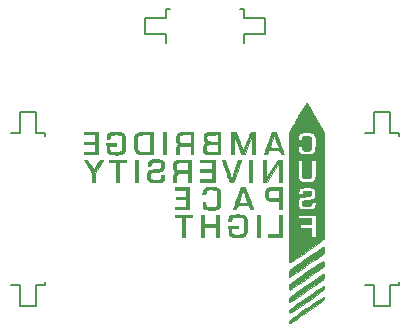
<source format=gbo>
G04 #@! TF.GenerationSoftware,KiCad,Pcbnew,no-vcs-found-d3b382c~59~ubuntu16.04.1*
G04 #@! TF.CreationDate,2017-07-27T00:58:26+01:00*
G04 #@! TF.ProjectId,DCDC-5V,444344432D35562E6B696361645F7063,1*
G04 #@! TF.SameCoordinates,Original
G04 #@! TF.FileFunction,Legend,Bot*
G04 #@! TF.FilePolarity,Positive*
%FSLAX46Y46*%
G04 Gerber Fmt 4.6, Leading zero omitted, Abs format (unit mm)*
G04 Created by KiCad (PCBNEW no-vcs-found-d3b382c~59~ubuntu16.04.1) date Thu Jul 27 00:58:26 2017*
%MOMM*%
%LPD*%
G01*
G04 APERTURE LIST*
%ADD10C,0.010000*%
%ADD11C,0.150000*%
%ADD12R,2.220000X0.740000*%
%ADD13C,1.200000*%
%ADD14R,0.740000X2.220000*%
G04 APERTURE END LIST*
D10*
G36*
X109991746Y-107454605D02*
X109910442Y-107504704D01*
X109789060Y-107583223D01*
X109633517Y-107686089D01*
X109449731Y-107809226D01*
X109243620Y-107948561D01*
X109021102Y-108100019D01*
X108788093Y-108259527D01*
X108550513Y-108423010D01*
X108314277Y-108586395D01*
X108085305Y-108745607D01*
X107869514Y-108896572D01*
X107672820Y-109035216D01*
X107501143Y-109157464D01*
X107360400Y-109259244D01*
X107256508Y-109336480D01*
X107195385Y-109385098D01*
X107188790Y-109391051D01*
X107116248Y-109491783D01*
X107100500Y-109566941D01*
X107117938Y-109637282D01*
X107171104Y-109658818D01*
X107261275Y-109631377D01*
X107389731Y-109554792D01*
X107435460Y-109522544D01*
X107501864Y-109475318D01*
X107614038Y-109396609D01*
X107765455Y-109290953D01*
X107949589Y-109162886D01*
X108159915Y-109016943D01*
X108389906Y-108857660D01*
X108633035Y-108689574D01*
X108767375Y-108596824D01*
X109010283Y-108428745D01*
X109239565Y-108269229D01*
X109449362Y-108122414D01*
X109633816Y-107992438D01*
X109787068Y-107883440D01*
X109903261Y-107799559D01*
X109976535Y-107744933D01*
X109997688Y-107727714D01*
X110054417Y-107653503D01*
X110084796Y-107570162D01*
X110087046Y-107495285D01*
X110059394Y-107446467D01*
X110027055Y-107437000D01*
X109991746Y-107454605D01*
X109991746Y-107454605D01*
G37*
X109991746Y-107454605D02*
X109910442Y-107504704D01*
X109789060Y-107583223D01*
X109633517Y-107686089D01*
X109449731Y-107809226D01*
X109243620Y-107948561D01*
X109021102Y-108100019D01*
X108788093Y-108259527D01*
X108550513Y-108423010D01*
X108314277Y-108586395D01*
X108085305Y-108745607D01*
X107869514Y-108896572D01*
X107672820Y-109035216D01*
X107501143Y-109157464D01*
X107360400Y-109259244D01*
X107256508Y-109336480D01*
X107195385Y-109385098D01*
X107188790Y-109391051D01*
X107116248Y-109491783D01*
X107100500Y-109566941D01*
X107117938Y-109637282D01*
X107171104Y-109658818D01*
X107261275Y-109631377D01*
X107389731Y-109554792D01*
X107435460Y-109522544D01*
X107501864Y-109475318D01*
X107614038Y-109396609D01*
X107765455Y-109290953D01*
X107949589Y-109162886D01*
X108159915Y-109016943D01*
X108389906Y-108857660D01*
X108633035Y-108689574D01*
X108767375Y-108596824D01*
X109010283Y-108428745D01*
X109239565Y-108269229D01*
X109449362Y-108122414D01*
X109633816Y-107992438D01*
X109787068Y-107883440D01*
X109903261Y-107799559D01*
X109976535Y-107744933D01*
X109997688Y-107727714D01*
X110054417Y-107653503D01*
X110084796Y-107570162D01*
X110087046Y-107495285D01*
X110059394Y-107446467D01*
X110027055Y-107437000D01*
X109991746Y-107454605D01*
G36*
X109998151Y-106533983D02*
X109915766Y-106584461D01*
X109793413Y-106663601D01*
X109636974Y-106767322D01*
X109452331Y-106891541D01*
X109245366Y-107032176D01*
X109021959Y-107185144D01*
X108787992Y-107346364D01*
X108549346Y-107511753D01*
X108311904Y-107677229D01*
X108081547Y-107838709D01*
X107864155Y-107992111D01*
X107665612Y-108133354D01*
X107491797Y-108258354D01*
X107348592Y-108363031D01*
X107241880Y-108443300D01*
X107177541Y-108495080D01*
X107162415Y-108509851D01*
X107117331Y-108596052D01*
X107105089Y-108684578D01*
X107124518Y-108756386D01*
X107174444Y-108792432D01*
X107179875Y-108793217D01*
X107220308Y-108776635D01*
X107309290Y-108724944D01*
X107443829Y-108640119D01*
X107620931Y-108524140D01*
X107837602Y-108378985D01*
X108090850Y-108206632D01*
X108377682Y-108009059D01*
X108598012Y-107855997D01*
X108860943Y-107672497D01*
X109109569Y-107498482D01*
X109338726Y-107337598D01*
X109543249Y-107193497D01*
X109717974Y-107069825D01*
X109857738Y-106970234D01*
X109957376Y-106898371D01*
X110011724Y-106857885D01*
X110018825Y-106852046D01*
X110059942Y-106789412D01*
X110083510Y-106704566D01*
X110088584Y-106617489D01*
X110074222Y-106548161D01*
X110039478Y-106516565D01*
X110034688Y-106516250D01*
X109998151Y-106533983D01*
X109998151Y-106533983D01*
G37*
X109998151Y-106533983D02*
X109915766Y-106584461D01*
X109793413Y-106663601D01*
X109636974Y-106767322D01*
X109452331Y-106891541D01*
X109245366Y-107032176D01*
X109021959Y-107185144D01*
X108787992Y-107346364D01*
X108549346Y-107511753D01*
X108311904Y-107677229D01*
X108081547Y-107838709D01*
X107864155Y-107992111D01*
X107665612Y-108133354D01*
X107491797Y-108258354D01*
X107348592Y-108363031D01*
X107241880Y-108443300D01*
X107177541Y-108495080D01*
X107162415Y-108509851D01*
X107117331Y-108596052D01*
X107105089Y-108684578D01*
X107124518Y-108756386D01*
X107174444Y-108792432D01*
X107179875Y-108793217D01*
X107220308Y-108776635D01*
X107309290Y-108724944D01*
X107443829Y-108640119D01*
X107620931Y-108524140D01*
X107837602Y-108378985D01*
X108090850Y-108206632D01*
X108377682Y-108009059D01*
X108598012Y-107855997D01*
X108860943Y-107672497D01*
X109109569Y-107498482D01*
X109338726Y-107337598D01*
X109543249Y-107193497D01*
X109717974Y-107069825D01*
X109857738Y-106970234D01*
X109957376Y-106898371D01*
X110011724Y-106857885D01*
X110018825Y-106852046D01*
X110059942Y-106789412D01*
X110083510Y-106704566D01*
X110088584Y-106617489D01*
X110074222Y-106548161D01*
X110039478Y-106516565D01*
X110034688Y-106516250D01*
X109998151Y-106533983D01*
G36*
X109991509Y-105508936D02*
X109963166Y-105520906D01*
X109921346Y-105543744D01*
X109861958Y-105580127D01*
X109780910Y-105632734D01*
X109674110Y-105704247D01*
X109537467Y-105797343D01*
X109366889Y-105914701D01*
X109158286Y-106059002D01*
X108907565Y-106232924D01*
X108610634Y-106439148D01*
X108458582Y-106544775D01*
X108125640Y-106777106D01*
X107844183Y-106975812D01*
X107612593Y-107142090D01*
X107429253Y-107277136D01*
X107292548Y-107382148D01*
X107200860Y-107458323D01*
X107152573Y-107506857D01*
X107146262Y-107516293D01*
X107111709Y-107614500D01*
X107102745Y-107717525D01*
X107117606Y-107806643D01*
X107154528Y-107863127D01*
X107179875Y-107873186D01*
X107221075Y-107856776D01*
X107311102Y-107804917D01*
X107447312Y-107719351D01*
X107627060Y-107601817D01*
X107847703Y-107454055D01*
X108106597Y-107277805D01*
X108401097Y-107074807D01*
X108545125Y-106974784D01*
X108805108Y-106793601D01*
X109052561Y-106620679D01*
X109281921Y-106459938D01*
X109487623Y-106315300D01*
X109664100Y-106190687D01*
X109805790Y-106090020D01*
X109907126Y-106017222D01*
X109962543Y-105976213D01*
X109965938Y-105973539D01*
X110035244Y-105912937D01*
X110070665Y-105858192D01*
X110083465Y-105783811D01*
X110085000Y-105704132D01*
X110078992Y-105591146D01*
X110059098Y-105529531D01*
X110036589Y-105511429D01*
X110024129Y-105506876D01*
X110010466Y-105505152D01*
X109991509Y-105508936D01*
X109991509Y-105508936D01*
G37*
X109991509Y-105508936D02*
X109963166Y-105520906D01*
X109921346Y-105543744D01*
X109861958Y-105580127D01*
X109780910Y-105632734D01*
X109674110Y-105704247D01*
X109537467Y-105797343D01*
X109366889Y-105914701D01*
X109158286Y-106059002D01*
X108907565Y-106232924D01*
X108610634Y-106439148D01*
X108458582Y-106544775D01*
X108125640Y-106777106D01*
X107844183Y-106975812D01*
X107612593Y-107142090D01*
X107429253Y-107277136D01*
X107292548Y-107382148D01*
X107200860Y-107458323D01*
X107152573Y-107506857D01*
X107146262Y-107516293D01*
X107111709Y-107614500D01*
X107102745Y-107717525D01*
X107117606Y-107806643D01*
X107154528Y-107863127D01*
X107179875Y-107873186D01*
X107221075Y-107856776D01*
X107311102Y-107804917D01*
X107447312Y-107719351D01*
X107627060Y-107601817D01*
X107847703Y-107454055D01*
X108106597Y-107277805D01*
X108401097Y-107074807D01*
X108545125Y-106974784D01*
X108805108Y-106793601D01*
X109052561Y-106620679D01*
X109281921Y-106459938D01*
X109487623Y-106315300D01*
X109664100Y-106190687D01*
X109805790Y-106090020D01*
X109907126Y-106017222D01*
X109962543Y-105976213D01*
X109965938Y-105973539D01*
X110035244Y-105912937D01*
X110070665Y-105858192D01*
X110083465Y-105783811D01*
X110085000Y-105704132D01*
X110078992Y-105591146D01*
X110059098Y-105529531D01*
X110036589Y-105511429D01*
X110024129Y-105506876D01*
X110010466Y-105505152D01*
X109991509Y-105508936D01*
G36*
X109975469Y-104410271D02*
X109890510Y-104458706D01*
X109765394Y-104536706D01*
X109605856Y-104640565D01*
X109417630Y-104766579D01*
X109206450Y-104911042D01*
X109077912Y-105000286D01*
X108838328Y-105167396D01*
X108588726Y-105341323D01*
X108340798Y-105513933D01*
X108106235Y-105677091D01*
X107896729Y-105822662D01*
X107723971Y-105942511D01*
X107679836Y-105973079D01*
X107518973Y-106086262D01*
X107375304Y-106190804D01*
X107257445Y-106280156D01*
X107174008Y-106347771D01*
X107133607Y-106387100D01*
X107132149Y-106389440D01*
X107108668Y-106466165D01*
X107099088Y-106567561D01*
X107102498Y-106672753D01*
X107117985Y-106760866D01*
X107144637Y-106811024D01*
X107150722Y-106814478D01*
X107194651Y-106828375D01*
X107233447Y-106825588D01*
X107285045Y-106799807D01*
X107367383Y-106744723D01*
X107386250Y-106731627D01*
X107828371Y-106424240D01*
X108220917Y-106151005D01*
X108566583Y-105910011D01*
X108868060Y-105699347D01*
X109128040Y-105517102D01*
X109349216Y-105361366D01*
X109534280Y-105230226D01*
X109685923Y-105121772D01*
X109806839Y-105034094D01*
X109899720Y-104965279D01*
X109967257Y-104913416D01*
X110012143Y-104876596D01*
X110037070Y-104852906D01*
X110042393Y-104846172D01*
X110070344Y-104771292D01*
X110082347Y-104670527D01*
X110079607Y-104563373D01*
X110063327Y-104469324D01*
X110034712Y-104407874D01*
X110014537Y-104395105D01*
X109975469Y-104410271D01*
X109975469Y-104410271D01*
G37*
X109975469Y-104410271D02*
X109890510Y-104458706D01*
X109765394Y-104536706D01*
X109605856Y-104640565D01*
X109417630Y-104766579D01*
X109206450Y-104911042D01*
X109077912Y-105000286D01*
X108838328Y-105167396D01*
X108588726Y-105341323D01*
X108340798Y-105513933D01*
X108106235Y-105677091D01*
X107896729Y-105822662D01*
X107723971Y-105942511D01*
X107679836Y-105973079D01*
X107518973Y-106086262D01*
X107375304Y-106190804D01*
X107257445Y-106280156D01*
X107174008Y-106347771D01*
X107133607Y-106387100D01*
X107132149Y-106389440D01*
X107108668Y-106466165D01*
X107099088Y-106567561D01*
X107102498Y-106672753D01*
X107117985Y-106760866D01*
X107144637Y-106811024D01*
X107150722Y-106814478D01*
X107194651Y-106828375D01*
X107233447Y-106825588D01*
X107285045Y-106799807D01*
X107367383Y-106744723D01*
X107386250Y-106731627D01*
X107828371Y-106424240D01*
X108220917Y-106151005D01*
X108566583Y-105910011D01*
X108868060Y-105699347D01*
X109128040Y-105517102D01*
X109349216Y-105361366D01*
X109534280Y-105230226D01*
X109685923Y-105121772D01*
X109806839Y-105034094D01*
X109899720Y-104965279D01*
X109967257Y-104913416D01*
X110012143Y-104876596D01*
X110037070Y-104852906D01*
X110042393Y-104846172D01*
X110070344Y-104771292D01*
X110082347Y-104670527D01*
X110079607Y-104563373D01*
X110063327Y-104469324D01*
X110034712Y-104407874D01*
X110014537Y-104395105D01*
X109975469Y-104410271D01*
G36*
X109997688Y-103220954D02*
X109955564Y-103241366D01*
X109867702Y-103294327D01*
X109740170Y-103375662D01*
X109579033Y-103481198D01*
X109390357Y-103606759D01*
X109180210Y-103748172D01*
X108954658Y-103901261D01*
X108719766Y-104061853D01*
X108481603Y-104225772D01*
X108246232Y-104388845D01*
X108019723Y-104546896D01*
X107808139Y-104695753D01*
X107617549Y-104831239D01*
X107454019Y-104949180D01*
X107323614Y-105045403D01*
X107232401Y-105115732D01*
X107187813Y-105154507D01*
X107138712Y-105214900D01*
X107112304Y-105278073D01*
X107101882Y-105366774D01*
X107100500Y-105450529D01*
X107105005Y-105600596D01*
X107119883Y-105695741D01*
X107147181Y-105743995D01*
X107177868Y-105754250D01*
X107210934Y-105736672D01*
X107290922Y-105686257D01*
X107412663Y-105606479D01*
X107570985Y-105500812D01*
X107760720Y-105372731D01*
X107976696Y-105225710D01*
X108213744Y-105063225D01*
X108466694Y-104888751D01*
X108500034Y-104865675D01*
X108759905Y-104685241D01*
X109008338Y-104511790D01*
X109239519Y-104349449D01*
X109447636Y-104202341D01*
X109626875Y-104074594D01*
X109771422Y-103970332D01*
X109875464Y-103893681D01*
X109933187Y-103848766D01*
X109934188Y-103847913D01*
X110085000Y-103718726D01*
X110085000Y-103207042D01*
X109997688Y-103220954D01*
X109997688Y-103220954D01*
G37*
X109997688Y-103220954D02*
X109955564Y-103241366D01*
X109867702Y-103294327D01*
X109740170Y-103375662D01*
X109579033Y-103481198D01*
X109390357Y-103606759D01*
X109180210Y-103748172D01*
X108954658Y-103901261D01*
X108719766Y-104061853D01*
X108481603Y-104225772D01*
X108246232Y-104388845D01*
X108019723Y-104546896D01*
X107808139Y-104695753D01*
X107617549Y-104831239D01*
X107454019Y-104949180D01*
X107323614Y-105045403D01*
X107232401Y-105115732D01*
X107187813Y-105154507D01*
X107138712Y-105214900D01*
X107112304Y-105278073D01*
X107101882Y-105366774D01*
X107100500Y-105450529D01*
X107105005Y-105600596D01*
X107119883Y-105695741D01*
X107147181Y-105743995D01*
X107177868Y-105754250D01*
X107210934Y-105736672D01*
X107290922Y-105686257D01*
X107412663Y-105606479D01*
X107570985Y-105500812D01*
X107760720Y-105372731D01*
X107976696Y-105225710D01*
X108213744Y-105063225D01*
X108466694Y-104888751D01*
X108500034Y-104865675D01*
X108759905Y-104685241D01*
X109008338Y-104511790D01*
X109239519Y-104349449D01*
X109447636Y-104202341D01*
X109626875Y-104074594D01*
X109771422Y-103970332D01*
X109875464Y-103893681D01*
X109933187Y-103848766D01*
X109934188Y-103847913D01*
X110085000Y-103718726D01*
X110085000Y-103207042D01*
X109997688Y-103220954D01*
G36*
X108570802Y-91043264D02*
X108521605Y-91107676D01*
X108448792Y-91217539D01*
X108351090Y-91374908D01*
X108227227Y-91581836D01*
X108075930Y-91840378D01*
X107895928Y-92152586D01*
X107877505Y-92184735D01*
X107732939Y-92438144D01*
X107596522Y-92679239D01*
X107471912Y-92901407D01*
X107362771Y-93098035D01*
X107272757Y-93262512D01*
X107205531Y-93388225D01*
X107164754Y-93468563D01*
X107155972Y-93488240D01*
X107148909Y-93508729D01*
X107142479Y-93534665D01*
X107136657Y-93568911D01*
X107131420Y-93614331D01*
X107126742Y-93673789D01*
X107122600Y-93750149D01*
X107118968Y-93846275D01*
X107115823Y-93965030D01*
X107113139Y-94109278D01*
X107110894Y-94281883D01*
X107109061Y-94485709D01*
X107107616Y-94723619D01*
X107106536Y-94998477D01*
X107105795Y-95313148D01*
X107105369Y-95670494D01*
X107105234Y-96073380D01*
X107105365Y-96524670D01*
X107105738Y-97027226D01*
X107106329Y-97583914D01*
X107107112Y-98197597D01*
X107108063Y-98871138D01*
X107108347Y-99064692D01*
X107116375Y-104500125D01*
X107195750Y-104505748D01*
X107231360Y-104495566D01*
X107298722Y-104460935D01*
X107400491Y-104400112D01*
X107539320Y-104311350D01*
X107717863Y-104192908D01*
X107938774Y-104043039D01*
X108204708Y-103860000D01*
X108518318Y-103642046D01*
X108653804Y-103547426D01*
X108917515Y-103362512D01*
X109165669Y-103187478D01*
X109393342Y-103025868D01*
X109595607Y-102881229D01*
X109767538Y-102757105D01*
X109904210Y-102657042D01*
X110000696Y-102584585D01*
X110052071Y-102543280D01*
X110059066Y-102535979D01*
X110062143Y-102499153D01*
X110065003Y-102402453D01*
X110067634Y-102249506D01*
X110070019Y-102043938D01*
X110072145Y-101789376D01*
X110073997Y-101489446D01*
X110075559Y-101147774D01*
X110076818Y-100767986D01*
X110077463Y-100483750D01*
X109386500Y-100483750D01*
X109386500Y-102357000D01*
X109005500Y-102357000D01*
X109005500Y-101595000D01*
X108021250Y-101595000D01*
X108021250Y-101277500D01*
X109005500Y-101277500D01*
X109005500Y-100801250D01*
X107862500Y-100801250D01*
X107862500Y-100483750D01*
X109386500Y-100483750D01*
X110077463Y-100483750D01*
X110077759Y-100353709D01*
X110078367Y-99908569D01*
X110078628Y-99436193D01*
X110078628Y-99436000D01*
X109394681Y-99436000D01*
X109372964Y-99599715D01*
X109353744Y-99697431D01*
X109324317Y-99798895D01*
X109291405Y-99885141D01*
X109261733Y-99937205D01*
X109250748Y-99944478D01*
X109219560Y-99954760D01*
X109149650Y-99980027D01*
X109116625Y-99992252D01*
X109021225Y-100013699D01*
X108882406Y-100027384D01*
X108716472Y-100033577D01*
X108539730Y-100032549D01*
X108368484Y-100024568D01*
X108219039Y-100009907D01*
X108107701Y-99988835D01*
X108069165Y-99974886D01*
X107985667Y-99911192D01*
X107926290Y-99832585D01*
X107898794Y-99740178D01*
X107882645Y-99608701D01*
X107877942Y-99459768D01*
X107884788Y-99314990D01*
X107903284Y-99195979D01*
X107923040Y-99139906D01*
X107979630Y-99073568D01*
X108074744Y-99020948D01*
X108215063Y-98979905D01*
X108407268Y-98948296D01*
X108575870Y-98930671D01*
X108740382Y-98914047D01*
X108852138Y-98896663D01*
X108921864Y-98876144D01*
X108960283Y-98850113D01*
X108964808Y-98844513D01*
X109000348Y-98749497D01*
X108998126Y-98635035D01*
X108959799Y-98531463D01*
X108946717Y-98513190D01*
X108910461Y-98476764D01*
X108863715Y-98454736D01*
X108790516Y-98443380D01*
X108674901Y-98438965D01*
X108626529Y-98438412D01*
X108469414Y-98443445D01*
X108365332Y-98465136D01*
X108304856Y-98508692D01*
X108278560Y-98579319D01*
X108275250Y-98632443D01*
X108270452Y-98672846D01*
X108246253Y-98694830D01*
X108187953Y-98703947D01*
X108081145Y-98705750D01*
X107887040Y-98705750D01*
X107908995Y-98554937D01*
X107939361Y-98417277D01*
X107990256Y-98313679D01*
X108069555Y-98239810D01*
X108185138Y-98191336D01*
X108344883Y-98163925D01*
X108556667Y-98153244D01*
X108640375Y-98152652D01*
X108876022Y-98159971D01*
X109056169Y-98184929D01*
X109187534Y-98232448D01*
X109276830Y-98307450D01*
X109330772Y-98414858D01*
X109356077Y-98559592D01*
X109360353Y-98680376D01*
X109352724Y-98852630D01*
X109324482Y-98981636D01*
X109267597Y-99074737D01*
X109174040Y-99139272D01*
X109035781Y-99182581D01*
X108844789Y-99212006D01*
X108770284Y-99219779D01*
X108580935Y-99239202D01*
X108445029Y-99257102D01*
X108352673Y-99276488D01*
X108293970Y-99300368D01*
X108259026Y-99331752D01*
X108237948Y-99373648D01*
X108234837Y-99382616D01*
X108220130Y-99477072D01*
X108225919Y-99580930D01*
X108226120Y-99582014D01*
X108252284Y-99658500D01*
X108303703Y-99709278D01*
X108390899Y-99738879D01*
X108524393Y-99751831D01*
X108624500Y-99753500D01*
X108785099Y-99748830D01*
X108893795Y-99731266D01*
X108961731Y-99695471D01*
X109000052Y-99636113D01*
X109017296Y-99565479D01*
X109038001Y-99436000D01*
X109394681Y-99436000D01*
X110078628Y-99436000D01*
X110078526Y-98940206D01*
X110078048Y-98424235D01*
X110077387Y-98001551D01*
X110073394Y-95832375D01*
X109370625Y-95832375D01*
X109370625Y-96594375D01*
X109370251Y-96836903D01*
X109368709Y-97024760D01*
X109365367Y-97166774D01*
X109359595Y-97271771D01*
X109350764Y-97348579D01*
X109338241Y-97406023D01*
X109321398Y-97452932D01*
X109307125Y-97483375D01*
X109242702Y-97576813D01*
X109151416Y-97643906D01*
X109025050Y-97687218D01*
X108855384Y-97709314D01*
X108634198Y-97712759D01*
X108576875Y-97711239D01*
X108368942Y-97698861D01*
X108209464Y-97677322D01*
X108110672Y-97649694D01*
X108044734Y-97618038D01*
X107992547Y-97581104D01*
X107952389Y-97531455D01*
X107922542Y-97461658D01*
X107901286Y-97364277D01*
X107886902Y-97231878D01*
X107877669Y-97057025D01*
X107871868Y-96832285D01*
X107868426Y-96602312D01*
X107858476Y-95816500D01*
X108207458Y-95816500D01*
X108217542Y-96549605D01*
X108220918Y-96783586D01*
X108224366Y-96962340D01*
X108228771Y-97094136D01*
X108235018Y-97187241D01*
X108243994Y-97249924D01*
X108256585Y-97290452D01*
X108273676Y-97317095D01*
X108296153Y-97338118D01*
X108302580Y-97343355D01*
X108358652Y-97376606D01*
X108435660Y-97395490D01*
X108550745Y-97403260D01*
X108621950Y-97404000D01*
X108732436Y-97404296D01*
X108818223Y-97400431D01*
X108882602Y-97385271D01*
X108928867Y-97351683D01*
X108960312Y-97292534D01*
X108980228Y-97200691D01*
X108991909Y-97069020D01*
X108998648Y-96890389D01*
X109003737Y-96657665D01*
X109005500Y-96573176D01*
X109021375Y-95832375D01*
X109370625Y-95832375D01*
X110073394Y-95832375D01*
X110070619Y-94325718D01*
X109382772Y-94325718D01*
X109367515Y-94641908D01*
X109358647Y-94730727D01*
X109329050Y-94943190D01*
X109289099Y-95101450D01*
X109232530Y-95214671D01*
X109153080Y-95292020D01*
X109044487Y-95342661D01*
X108920179Y-95372350D01*
X108808318Y-95383759D01*
X108661945Y-95386979D01*
X108500533Y-95382908D01*
X108343557Y-95372448D01*
X108210492Y-95356498D01*
X108120812Y-95335957D01*
X108119147Y-95335337D01*
X108033120Y-95289178D01*
X107966174Y-95237807D01*
X107927869Y-95194466D01*
X107900558Y-95139501D01*
X107880078Y-95058507D01*
X107862268Y-94937077D01*
X107851278Y-94840187D01*
X107836793Y-94705250D01*
X108211750Y-94705250D01*
X108211750Y-94812857D01*
X108230324Y-94930381D01*
X108290426Y-95010163D01*
X108398627Y-95057924D01*
X108513980Y-95076058D01*
X108695652Y-95081906D01*
X108826242Y-95060551D01*
X108913153Y-95009519D01*
X108963791Y-94926337D01*
X108964021Y-94925676D01*
X108978400Y-94850519D01*
X108989368Y-94728360D01*
X108996704Y-94575612D01*
X109000188Y-94408694D01*
X108999600Y-94244020D01*
X108994721Y-94098007D01*
X108985330Y-93987072D01*
X108977185Y-93943250D01*
X108925340Y-93869484D01*
X108823011Y-93818733D01*
X108680014Y-93794099D01*
X108516625Y-93797597D01*
X108378465Y-93818590D01*
X108293585Y-93851998D01*
X108252097Y-93903714D01*
X108243500Y-93960415D01*
X108235581Y-94053137D01*
X108202976Y-94105763D01*
X108132412Y-94129031D01*
X108029287Y-94133750D01*
X107853617Y-94133750D01*
X107871774Y-93957817D01*
X107897414Y-93802305D01*
X107943003Y-93684499D01*
X108015988Y-93600006D01*
X108123814Y-93544430D01*
X108273929Y-93513378D01*
X108473778Y-93502455D01*
X108640375Y-93504241D01*
X108809424Y-93510291D01*
X108929334Y-93519214D01*
X109014467Y-93533393D01*
X109079182Y-93555210D01*
X109137235Y-93586672D01*
X109244166Y-93690312D01*
X109320879Y-93848788D01*
X109367154Y-94060967D01*
X109382772Y-94325718D01*
X110070619Y-94325718D01*
X110069125Y-93514625D01*
X109420933Y-92355750D01*
X109249580Y-92049550D01*
X109106316Y-91794194D01*
X108988291Y-91585069D01*
X108892658Y-91417562D01*
X108816570Y-91287061D01*
X108757179Y-91188953D01*
X108711637Y-91118627D01*
X108677098Y-91071471D01*
X108650713Y-91042871D01*
X108629635Y-91028216D01*
X108611017Y-91022893D01*
X108597655Y-91022250D01*
X108570802Y-91043264D01*
X108570802Y-91043264D01*
G37*
X108570802Y-91043264D02*
X108521605Y-91107676D01*
X108448792Y-91217539D01*
X108351090Y-91374908D01*
X108227227Y-91581836D01*
X108075930Y-91840378D01*
X107895928Y-92152586D01*
X107877505Y-92184735D01*
X107732939Y-92438144D01*
X107596522Y-92679239D01*
X107471912Y-92901407D01*
X107362771Y-93098035D01*
X107272757Y-93262512D01*
X107205531Y-93388225D01*
X107164754Y-93468563D01*
X107155972Y-93488240D01*
X107148909Y-93508729D01*
X107142479Y-93534665D01*
X107136657Y-93568911D01*
X107131420Y-93614331D01*
X107126742Y-93673789D01*
X107122600Y-93750149D01*
X107118968Y-93846275D01*
X107115823Y-93965030D01*
X107113139Y-94109278D01*
X107110894Y-94281883D01*
X107109061Y-94485709D01*
X107107616Y-94723619D01*
X107106536Y-94998477D01*
X107105795Y-95313148D01*
X107105369Y-95670494D01*
X107105234Y-96073380D01*
X107105365Y-96524670D01*
X107105738Y-97027226D01*
X107106329Y-97583914D01*
X107107112Y-98197597D01*
X107108063Y-98871138D01*
X107108347Y-99064692D01*
X107116375Y-104500125D01*
X107195750Y-104505748D01*
X107231360Y-104495566D01*
X107298722Y-104460935D01*
X107400491Y-104400112D01*
X107539320Y-104311350D01*
X107717863Y-104192908D01*
X107938774Y-104043039D01*
X108204708Y-103860000D01*
X108518318Y-103642046D01*
X108653804Y-103547426D01*
X108917515Y-103362512D01*
X109165669Y-103187478D01*
X109393342Y-103025868D01*
X109595607Y-102881229D01*
X109767538Y-102757105D01*
X109904210Y-102657042D01*
X110000696Y-102584585D01*
X110052071Y-102543280D01*
X110059066Y-102535979D01*
X110062143Y-102499153D01*
X110065003Y-102402453D01*
X110067634Y-102249506D01*
X110070019Y-102043938D01*
X110072145Y-101789376D01*
X110073997Y-101489446D01*
X110075559Y-101147774D01*
X110076818Y-100767986D01*
X110077463Y-100483750D01*
X109386500Y-100483750D01*
X109386500Y-102357000D01*
X109005500Y-102357000D01*
X109005500Y-101595000D01*
X108021250Y-101595000D01*
X108021250Y-101277500D01*
X109005500Y-101277500D01*
X109005500Y-100801250D01*
X107862500Y-100801250D01*
X107862500Y-100483750D01*
X109386500Y-100483750D01*
X110077463Y-100483750D01*
X110077759Y-100353709D01*
X110078367Y-99908569D01*
X110078628Y-99436193D01*
X110078628Y-99436000D01*
X109394681Y-99436000D01*
X109372964Y-99599715D01*
X109353744Y-99697431D01*
X109324317Y-99798895D01*
X109291405Y-99885141D01*
X109261733Y-99937205D01*
X109250748Y-99944478D01*
X109219560Y-99954760D01*
X109149650Y-99980027D01*
X109116625Y-99992252D01*
X109021225Y-100013699D01*
X108882406Y-100027384D01*
X108716472Y-100033577D01*
X108539730Y-100032549D01*
X108368484Y-100024568D01*
X108219039Y-100009907D01*
X108107701Y-99988835D01*
X108069165Y-99974886D01*
X107985667Y-99911192D01*
X107926290Y-99832585D01*
X107898794Y-99740178D01*
X107882645Y-99608701D01*
X107877942Y-99459768D01*
X107884788Y-99314990D01*
X107903284Y-99195979D01*
X107923040Y-99139906D01*
X107979630Y-99073568D01*
X108074744Y-99020948D01*
X108215063Y-98979905D01*
X108407268Y-98948296D01*
X108575870Y-98930671D01*
X108740382Y-98914047D01*
X108852138Y-98896663D01*
X108921864Y-98876144D01*
X108960283Y-98850113D01*
X108964808Y-98844513D01*
X109000348Y-98749497D01*
X108998126Y-98635035D01*
X108959799Y-98531463D01*
X108946717Y-98513190D01*
X108910461Y-98476764D01*
X108863715Y-98454736D01*
X108790516Y-98443380D01*
X108674901Y-98438965D01*
X108626529Y-98438412D01*
X108469414Y-98443445D01*
X108365332Y-98465136D01*
X108304856Y-98508692D01*
X108278560Y-98579319D01*
X108275250Y-98632443D01*
X108270452Y-98672846D01*
X108246253Y-98694830D01*
X108187953Y-98703947D01*
X108081145Y-98705750D01*
X107887040Y-98705750D01*
X107908995Y-98554937D01*
X107939361Y-98417277D01*
X107990256Y-98313679D01*
X108069555Y-98239810D01*
X108185138Y-98191336D01*
X108344883Y-98163925D01*
X108556667Y-98153244D01*
X108640375Y-98152652D01*
X108876022Y-98159971D01*
X109056169Y-98184929D01*
X109187534Y-98232448D01*
X109276830Y-98307450D01*
X109330772Y-98414858D01*
X109356077Y-98559592D01*
X109360353Y-98680376D01*
X109352724Y-98852630D01*
X109324482Y-98981636D01*
X109267597Y-99074737D01*
X109174040Y-99139272D01*
X109035781Y-99182581D01*
X108844789Y-99212006D01*
X108770284Y-99219779D01*
X108580935Y-99239202D01*
X108445029Y-99257102D01*
X108352673Y-99276488D01*
X108293970Y-99300368D01*
X108259026Y-99331752D01*
X108237948Y-99373648D01*
X108234837Y-99382616D01*
X108220130Y-99477072D01*
X108225919Y-99580930D01*
X108226120Y-99582014D01*
X108252284Y-99658500D01*
X108303703Y-99709278D01*
X108390899Y-99738879D01*
X108524393Y-99751831D01*
X108624500Y-99753500D01*
X108785099Y-99748830D01*
X108893795Y-99731266D01*
X108961731Y-99695471D01*
X109000052Y-99636113D01*
X109017296Y-99565479D01*
X109038001Y-99436000D01*
X109394681Y-99436000D01*
X110078628Y-99436000D01*
X110078526Y-98940206D01*
X110078048Y-98424235D01*
X110077387Y-98001551D01*
X110073394Y-95832375D01*
X109370625Y-95832375D01*
X109370625Y-96594375D01*
X109370251Y-96836903D01*
X109368709Y-97024760D01*
X109365367Y-97166774D01*
X109359595Y-97271771D01*
X109350764Y-97348579D01*
X109338241Y-97406023D01*
X109321398Y-97452932D01*
X109307125Y-97483375D01*
X109242702Y-97576813D01*
X109151416Y-97643906D01*
X109025050Y-97687218D01*
X108855384Y-97709314D01*
X108634198Y-97712759D01*
X108576875Y-97711239D01*
X108368942Y-97698861D01*
X108209464Y-97677322D01*
X108110672Y-97649694D01*
X108044734Y-97618038D01*
X107992547Y-97581104D01*
X107952389Y-97531455D01*
X107922542Y-97461658D01*
X107901286Y-97364277D01*
X107886902Y-97231878D01*
X107877669Y-97057025D01*
X107871868Y-96832285D01*
X107868426Y-96602312D01*
X107858476Y-95816500D01*
X108207458Y-95816500D01*
X108217542Y-96549605D01*
X108220918Y-96783586D01*
X108224366Y-96962340D01*
X108228771Y-97094136D01*
X108235018Y-97187241D01*
X108243994Y-97249924D01*
X108256585Y-97290452D01*
X108273676Y-97317095D01*
X108296153Y-97338118D01*
X108302580Y-97343355D01*
X108358652Y-97376606D01*
X108435660Y-97395490D01*
X108550745Y-97403260D01*
X108621950Y-97404000D01*
X108732436Y-97404296D01*
X108818223Y-97400431D01*
X108882602Y-97385271D01*
X108928867Y-97351683D01*
X108960312Y-97292534D01*
X108980228Y-97200691D01*
X108991909Y-97069020D01*
X108998648Y-96890389D01*
X109003737Y-96657665D01*
X109005500Y-96573176D01*
X109021375Y-95832375D01*
X109370625Y-95832375D01*
X110073394Y-95832375D01*
X110070619Y-94325718D01*
X109382772Y-94325718D01*
X109367515Y-94641908D01*
X109358647Y-94730727D01*
X109329050Y-94943190D01*
X109289099Y-95101450D01*
X109232530Y-95214671D01*
X109153080Y-95292020D01*
X109044487Y-95342661D01*
X108920179Y-95372350D01*
X108808318Y-95383759D01*
X108661945Y-95386979D01*
X108500533Y-95382908D01*
X108343557Y-95372448D01*
X108210492Y-95356498D01*
X108120812Y-95335957D01*
X108119147Y-95335337D01*
X108033120Y-95289178D01*
X107966174Y-95237807D01*
X107927869Y-95194466D01*
X107900558Y-95139501D01*
X107880078Y-95058507D01*
X107862268Y-94937077D01*
X107851278Y-94840187D01*
X107836793Y-94705250D01*
X108211750Y-94705250D01*
X108211750Y-94812857D01*
X108230324Y-94930381D01*
X108290426Y-95010163D01*
X108398627Y-95057924D01*
X108513980Y-95076058D01*
X108695652Y-95081906D01*
X108826242Y-95060551D01*
X108913153Y-95009519D01*
X108963791Y-94926337D01*
X108964021Y-94925676D01*
X108978400Y-94850519D01*
X108989368Y-94728360D01*
X108996704Y-94575612D01*
X109000188Y-94408694D01*
X108999600Y-94244020D01*
X108994721Y-94098007D01*
X108985330Y-93987072D01*
X108977185Y-93943250D01*
X108925340Y-93869484D01*
X108823011Y-93818733D01*
X108680014Y-93794099D01*
X108516625Y-93797597D01*
X108378465Y-93818590D01*
X108293585Y-93851998D01*
X108252097Y-93903714D01*
X108243500Y-93960415D01*
X108235581Y-94053137D01*
X108202976Y-94105763D01*
X108132412Y-94129031D01*
X108029287Y-94133750D01*
X107853617Y-94133750D01*
X107871774Y-93957817D01*
X107897414Y-93802305D01*
X107943003Y-93684499D01*
X108015988Y-93600006D01*
X108123814Y-93544430D01*
X108273929Y-93513378D01*
X108473778Y-93502455D01*
X108640375Y-93504241D01*
X108809424Y-93510291D01*
X108929334Y-93519214D01*
X109014467Y-93533393D01*
X109079182Y-93555210D01*
X109137235Y-93586672D01*
X109244166Y-93690312D01*
X109320879Y-93848788D01*
X109367154Y-94060967D01*
X109382772Y-94325718D01*
X110070619Y-94325718D01*
X110069125Y-93514625D01*
X109420933Y-92355750D01*
X109249580Y-92049550D01*
X109106316Y-91794194D01*
X108988291Y-91585069D01*
X108892658Y-91417562D01*
X108816570Y-91287061D01*
X108757179Y-91188953D01*
X108711637Y-91118627D01*
X108677098Y-91071471D01*
X108650713Y-91042871D01*
X108629635Y-91028216D01*
X108611017Y-91022893D01*
X108597655Y-91022250D01*
X108570802Y-91043264D01*
G36*
X106306750Y-102134750D02*
X105322500Y-102134750D01*
X105322500Y-102388750D01*
X106529000Y-102388750D01*
X106529000Y-100483750D01*
X106306750Y-100483750D01*
X106306750Y-102134750D01*
X106306750Y-102134750D01*
G37*
X106306750Y-102134750D02*
X105322500Y-102134750D01*
X105322500Y-102388750D01*
X106529000Y-102388750D01*
X106529000Y-100483750D01*
X106306750Y-100483750D01*
X106306750Y-102134750D01*
G36*
X104370000Y-102388750D02*
X104624000Y-102388750D01*
X104624000Y-100483750D01*
X104370000Y-100483750D01*
X104370000Y-102388750D01*
X104370000Y-102388750D01*
G37*
X104370000Y-102388750D02*
X104624000Y-102388750D01*
X104624000Y-100483750D01*
X104370000Y-100483750D01*
X104370000Y-102388750D01*
G36*
X102513113Y-100471351D02*
X102345475Y-100483423D01*
X102222883Y-100506555D01*
X102136256Y-100543214D01*
X102076516Y-100595864D01*
X102039280Y-100656739D01*
X102007186Y-100757824D01*
X101989781Y-100877737D01*
X101988750Y-100909235D01*
X101991090Y-100998273D01*
X102006364Y-101040903D01*
X102046958Y-101054219D01*
X102094554Y-101055250D01*
X102159094Y-101050892D01*
X102194873Y-101026827D01*
X102216711Y-100966565D01*
X102229492Y-100905129D01*
X102252410Y-100816569D01*
X102287838Y-100753675D01*
X102345578Y-100712530D01*
X102435432Y-100689217D01*
X102567203Y-100679820D01*
X102750693Y-100680420D01*
X102789643Y-100681280D01*
X102955091Y-100685415D01*
X103080862Y-100694111D01*
X103172390Y-100715136D01*
X103235104Y-100756257D01*
X103274436Y-100825243D01*
X103295818Y-100929863D01*
X103304680Y-101077886D01*
X103306454Y-101277079D01*
X103306375Y-101420375D01*
X103305993Y-101627571D01*
X103304188Y-101780837D01*
X103299972Y-101889743D01*
X103292356Y-101963856D01*
X103280354Y-102012745D01*
X103262975Y-102045979D01*
X103239234Y-102073127D01*
X103238939Y-102073422D01*
X103159314Y-102119129D01*
X103034995Y-102152365D01*
X102882374Y-102172749D01*
X102717843Y-102179901D01*
X102557794Y-102173437D01*
X102418619Y-102152977D01*
X102316711Y-102118138D01*
X102285271Y-102095627D01*
X102253072Y-102031750D01*
X102228523Y-101919747D01*
X102219147Y-101836547D01*
X102202307Y-101626750D01*
X102814250Y-101626750D01*
X102814250Y-101404500D01*
X101980760Y-101404500D01*
X101994752Y-101770055D01*
X102006455Y-101965928D01*
X102027627Y-102108713D01*
X102063299Y-102208669D01*
X102118503Y-102276051D01*
X102198268Y-102321118D01*
X102277475Y-102346507D01*
X102376479Y-102362968D01*
X102518946Y-102374576D01*
X102685515Y-102381056D01*
X102856825Y-102382134D01*
X103013517Y-102377537D01*
X103136230Y-102366992D01*
X103179375Y-102359263D01*
X103286356Y-102328501D01*
X103369152Y-102288863D01*
X103431013Y-102232324D01*
X103475192Y-102150862D01*
X103504939Y-102036455D01*
X103523505Y-101881077D01*
X103534142Y-101676708D01*
X103539147Y-101471409D01*
X103541807Y-101217893D01*
X103538113Y-101019446D01*
X103525898Y-100867778D01*
X103502992Y-100754595D01*
X103467227Y-100671607D01*
X103416434Y-100610521D01*
X103348446Y-100563045D01*
X103294458Y-100535766D01*
X103223387Y-100506818D01*
X103148674Y-100487322D01*
X103055758Y-100475513D01*
X102930080Y-100469624D01*
X102757078Y-100467888D01*
X102734875Y-100467875D01*
X102513113Y-100471351D01*
X102513113Y-100471351D01*
G37*
X102513113Y-100471351D02*
X102345475Y-100483423D01*
X102222883Y-100506555D01*
X102136256Y-100543214D01*
X102076516Y-100595864D01*
X102039280Y-100656739D01*
X102007186Y-100757824D01*
X101989781Y-100877737D01*
X101988750Y-100909235D01*
X101991090Y-100998273D01*
X102006364Y-101040903D01*
X102046958Y-101054219D01*
X102094554Y-101055250D01*
X102159094Y-101050892D01*
X102194873Y-101026827D01*
X102216711Y-100966565D01*
X102229492Y-100905129D01*
X102252410Y-100816569D01*
X102287838Y-100753675D01*
X102345578Y-100712530D01*
X102435432Y-100689217D01*
X102567203Y-100679820D01*
X102750693Y-100680420D01*
X102789643Y-100681280D01*
X102955091Y-100685415D01*
X103080862Y-100694111D01*
X103172390Y-100715136D01*
X103235104Y-100756257D01*
X103274436Y-100825243D01*
X103295818Y-100929863D01*
X103304680Y-101077886D01*
X103306454Y-101277079D01*
X103306375Y-101420375D01*
X103305993Y-101627571D01*
X103304188Y-101780837D01*
X103299972Y-101889743D01*
X103292356Y-101963856D01*
X103280354Y-102012745D01*
X103262975Y-102045979D01*
X103239234Y-102073127D01*
X103238939Y-102073422D01*
X103159314Y-102119129D01*
X103034995Y-102152365D01*
X102882374Y-102172749D01*
X102717843Y-102179901D01*
X102557794Y-102173437D01*
X102418619Y-102152977D01*
X102316711Y-102118138D01*
X102285271Y-102095627D01*
X102253072Y-102031750D01*
X102228523Y-101919747D01*
X102219147Y-101836547D01*
X102202307Y-101626750D01*
X102814250Y-101626750D01*
X102814250Y-101404500D01*
X101980760Y-101404500D01*
X101994752Y-101770055D01*
X102006455Y-101965928D01*
X102027627Y-102108713D01*
X102063299Y-102208669D01*
X102118503Y-102276051D01*
X102198268Y-102321118D01*
X102277475Y-102346507D01*
X102376479Y-102362968D01*
X102518946Y-102374576D01*
X102685515Y-102381056D01*
X102856825Y-102382134D01*
X103013517Y-102377537D01*
X103136230Y-102366992D01*
X103179375Y-102359263D01*
X103286356Y-102328501D01*
X103369152Y-102288863D01*
X103431013Y-102232324D01*
X103475192Y-102150862D01*
X103504939Y-102036455D01*
X103523505Y-101881077D01*
X103534142Y-101676708D01*
X103539147Y-101471409D01*
X103541807Y-101217893D01*
X103538113Y-101019446D01*
X103525898Y-100867778D01*
X103502992Y-100754595D01*
X103467227Y-100671607D01*
X103416434Y-100610521D01*
X103348446Y-100563045D01*
X103294458Y-100535766D01*
X103223387Y-100506818D01*
X103148674Y-100487322D01*
X103055758Y-100475513D01*
X102930080Y-100469624D01*
X102757078Y-100467888D01*
X102734875Y-100467875D01*
X102513113Y-100471351D01*
G36*
X100941000Y-101309250D02*
X99893250Y-101309250D01*
X99893250Y-100483750D01*
X99639250Y-100483750D01*
X99639250Y-102388750D01*
X99893250Y-102388750D01*
X99893250Y-101499750D01*
X100941000Y-101499750D01*
X100941000Y-102388750D01*
X101195000Y-102388750D01*
X101195000Y-100483750D01*
X100941000Y-100483750D01*
X100941000Y-101309250D01*
X100941000Y-101309250D01*
G37*
X100941000Y-101309250D02*
X99893250Y-101309250D01*
X99893250Y-100483750D01*
X99639250Y-100483750D01*
X99639250Y-102388750D01*
X99893250Y-102388750D01*
X99893250Y-101499750D01*
X100941000Y-101499750D01*
X100941000Y-102388750D01*
X101195000Y-102388750D01*
X101195000Y-100483750D01*
X100941000Y-100483750D01*
X100941000Y-101309250D01*
G36*
X97480250Y-100706000D02*
X98083500Y-100706000D01*
X98083500Y-102388750D01*
X98305750Y-102388750D01*
X98305750Y-100706000D01*
X98909000Y-100706000D01*
X98909000Y-100483750D01*
X97480250Y-100483750D01*
X97480250Y-100706000D01*
X97480250Y-100706000D01*
G37*
X97480250Y-100706000D02*
X98083500Y-100706000D01*
X98083500Y-102388750D01*
X98305750Y-102388750D01*
X98305750Y-100706000D01*
X98909000Y-100706000D01*
X98909000Y-100483750D01*
X97480250Y-100483750D01*
X97480250Y-100706000D01*
G36*
X100249329Y-98141182D02*
X100090161Y-98165889D01*
X99975961Y-98214240D01*
X99898026Y-98292100D01*
X99847652Y-98405338D01*
X99816138Y-98559820D01*
X99814619Y-98570812D01*
X99792042Y-98737500D01*
X100043742Y-98737500D01*
X100060523Y-98588618D01*
X100084811Y-98474909D01*
X100135320Y-98402551D01*
X100225350Y-98359177D01*
X100330469Y-98337676D01*
X100447242Y-98330372D01*
X100586624Y-98336530D01*
X100730469Y-98353526D01*
X100860634Y-98378737D01*
X100958973Y-98409541D01*
X101000766Y-98434574D01*
X101019392Y-98461655D01*
X101032976Y-98506003D01*
X101042243Y-98576653D01*
X101047921Y-98682639D01*
X101050736Y-98832996D01*
X101051413Y-99036757D01*
X101051387Y-99064237D01*
X101048991Y-99312679D01*
X101042421Y-99500182D01*
X101031526Y-99629181D01*
X101016160Y-99702109D01*
X101011943Y-99711269D01*
X100945848Y-99778394D01*
X100833497Y-99822052D01*
X100670288Y-99843312D01*
X100451614Y-99843245D01*
X100444982Y-99842961D01*
X100279644Y-99831931D01*
X100166786Y-99811053D01*
X100095438Y-99773032D01*
X100054631Y-99710571D01*
X100033396Y-99616374D01*
X100027653Y-99565370D01*
X100016440Y-99470639D01*
X99998362Y-99422995D01*
X99961111Y-99406259D01*
X99905086Y-99404250D01*
X99798000Y-99404250D01*
X99798000Y-99574137D01*
X99810416Y-99752276D01*
X99849880Y-99879312D01*
X99919717Y-99963044D01*
X99977802Y-99995834D01*
X100066010Y-100018717D01*
X100199805Y-100037112D01*
X100361382Y-100050192D01*
X100532933Y-100057128D01*
X100696651Y-100057094D01*
X100834730Y-100049261D01*
X100905432Y-100038944D01*
X101022436Y-100008917D01*
X101114255Y-99969351D01*
X101183900Y-99912790D01*
X101234380Y-99831778D01*
X101268706Y-99718860D01*
X101289886Y-99566578D01*
X101300930Y-99367478D01*
X101304848Y-99114102D01*
X101305055Y-99048920D01*
X101306125Y-98423715D01*
X101198294Y-98312367D01*
X101113756Y-98241825D01*
X101010680Y-98191373D01*
X100878207Y-98158383D01*
X100705477Y-98140227D01*
X100481630Y-98134277D01*
X100462168Y-98134250D01*
X100249329Y-98141182D01*
X100249329Y-98141182D01*
G37*
X100249329Y-98141182D02*
X100090161Y-98165889D01*
X99975961Y-98214240D01*
X99898026Y-98292100D01*
X99847652Y-98405338D01*
X99816138Y-98559820D01*
X99814619Y-98570812D01*
X99792042Y-98737500D01*
X100043742Y-98737500D01*
X100060523Y-98588618D01*
X100084811Y-98474909D01*
X100135320Y-98402551D01*
X100225350Y-98359177D01*
X100330469Y-98337676D01*
X100447242Y-98330372D01*
X100586624Y-98336530D01*
X100730469Y-98353526D01*
X100860634Y-98378737D01*
X100958973Y-98409541D01*
X101000766Y-98434574D01*
X101019392Y-98461655D01*
X101032976Y-98506003D01*
X101042243Y-98576653D01*
X101047921Y-98682639D01*
X101050736Y-98832996D01*
X101051413Y-99036757D01*
X101051387Y-99064237D01*
X101048991Y-99312679D01*
X101042421Y-99500182D01*
X101031526Y-99629181D01*
X101016160Y-99702109D01*
X101011943Y-99711269D01*
X100945848Y-99778394D01*
X100833497Y-99822052D01*
X100670288Y-99843312D01*
X100451614Y-99843245D01*
X100444982Y-99842961D01*
X100279644Y-99831931D01*
X100166786Y-99811053D01*
X100095438Y-99773032D01*
X100054631Y-99710571D01*
X100033396Y-99616374D01*
X100027653Y-99565370D01*
X100016440Y-99470639D01*
X99998362Y-99422995D01*
X99961111Y-99406259D01*
X99905086Y-99404250D01*
X99798000Y-99404250D01*
X99798000Y-99574137D01*
X99810416Y-99752276D01*
X99849880Y-99879312D01*
X99919717Y-99963044D01*
X99977802Y-99995834D01*
X100066010Y-100018717D01*
X100199805Y-100037112D01*
X100361382Y-100050192D01*
X100532933Y-100057128D01*
X100696651Y-100057094D01*
X100834730Y-100049261D01*
X100905432Y-100038944D01*
X101022436Y-100008917D01*
X101114255Y-99969351D01*
X101183900Y-99912790D01*
X101234380Y-99831778D01*
X101268706Y-99718860D01*
X101289886Y-99566578D01*
X101300930Y-99367478D01*
X101304848Y-99114102D01*
X101305055Y-99048920D01*
X101306125Y-98423715D01*
X101198294Y-98312367D01*
X101113756Y-98241825D01*
X101010680Y-98191373D01*
X100878207Y-98158383D01*
X100705477Y-98140227D01*
X100481630Y-98134277D01*
X100462168Y-98134250D01*
X100249329Y-98141182D01*
G36*
X105965438Y-98140104D02*
X105710666Y-98148651D01*
X105512352Y-98164388D01*
X105363501Y-98192105D01*
X105257115Y-98236592D01*
X105186199Y-98302640D01*
X105143756Y-98395039D01*
X105122790Y-98518579D01*
X105116305Y-98678050D01*
X105116125Y-98721625D01*
X105121704Y-98901184D01*
X105143355Y-99038730D01*
X105188452Y-99140071D01*
X105264368Y-99211017D01*
X105378478Y-99257375D01*
X105538154Y-99284954D01*
X105750769Y-99299562D01*
X105854313Y-99303132D01*
X106306750Y-99316061D01*
X106306750Y-100039250D01*
X106529000Y-100039250D01*
X106529000Y-98356500D01*
X106306750Y-98356500D01*
X106306750Y-99091669D01*
X105879622Y-99081272D01*
X105684292Y-99073715D01*
X105537776Y-99062020D01*
X105445445Y-99046738D01*
X105415451Y-99033741D01*
X105372852Y-98955689D01*
X105349616Y-98840016D01*
X105345079Y-98706552D01*
X105358576Y-98575128D01*
X105389442Y-98465575D01*
X105436756Y-98397909D01*
X105491512Y-98377997D01*
X105595214Y-98364813D01*
X105753155Y-98357883D01*
X105900069Y-98356500D01*
X106306750Y-98356500D01*
X106529000Y-98356500D01*
X106529000Y-98127169D01*
X105965438Y-98140104D01*
X105965438Y-98140104D01*
G37*
X105965438Y-98140104D02*
X105710666Y-98148651D01*
X105512352Y-98164388D01*
X105363501Y-98192105D01*
X105257115Y-98236592D01*
X105186199Y-98302640D01*
X105143756Y-98395039D01*
X105122790Y-98518579D01*
X105116305Y-98678050D01*
X105116125Y-98721625D01*
X105121704Y-98901184D01*
X105143355Y-99038730D01*
X105188452Y-99140071D01*
X105264368Y-99211017D01*
X105378478Y-99257375D01*
X105538154Y-99284954D01*
X105750769Y-99299562D01*
X105854313Y-99303132D01*
X106306750Y-99316061D01*
X106306750Y-100039250D01*
X106529000Y-100039250D01*
X106529000Y-98356500D01*
X106306750Y-98356500D01*
X106306750Y-99091669D01*
X105879622Y-99081272D01*
X105684292Y-99073715D01*
X105537776Y-99062020D01*
X105445445Y-99046738D01*
X105415451Y-99033741D01*
X105372852Y-98955689D01*
X105349616Y-98840016D01*
X105345079Y-98706552D01*
X105358576Y-98575128D01*
X105389442Y-98465575D01*
X105436756Y-98397909D01*
X105491512Y-98377997D01*
X105595214Y-98364813D01*
X105753155Y-98357883D01*
X105900069Y-98356500D01*
X106306750Y-98356500D01*
X106529000Y-98356500D01*
X106529000Y-98127169D01*
X105965438Y-98140104D01*
G36*
X102741113Y-99029662D02*
X102656189Y-99257432D01*
X102577704Y-99467775D01*
X102508603Y-99652811D01*
X102451831Y-99804658D01*
X102410334Y-99915434D01*
X102387057Y-99977259D01*
X102383821Y-99985717D01*
X102377137Y-100021152D01*
X102403433Y-100035601D01*
X102476356Y-100034793D01*
X102497232Y-100033342D01*
X102572998Y-100025160D01*
X102619809Y-100004740D01*
X102653118Y-99957269D01*
X102688377Y-99867932D01*
X102698064Y-99840812D01*
X102763062Y-99658250D01*
X103697959Y-99658250D01*
X103758635Y-99840812D01*
X103794143Y-99941781D01*
X103825144Y-99997289D01*
X103866663Y-100022299D01*
X103933725Y-100031772D01*
X103951781Y-100033138D01*
X104032645Y-100033702D01*
X104078450Y-100023523D01*
X104082450Y-100017263D01*
X104071399Y-99982165D01*
X104040956Y-99894963D01*
X103993803Y-99763091D01*
X103932624Y-99593985D01*
X103872127Y-99428062D01*
X103600966Y-99428062D01*
X103591836Y-99445502D01*
X103545143Y-99457351D01*
X103453364Y-99464405D01*
X103308976Y-99467464D01*
X103227000Y-99467750D01*
X103057396Y-99466211D01*
X102943690Y-99461059D01*
X102878341Y-99451492D01*
X102853809Y-99436708D01*
X102854106Y-99428062D01*
X102869660Y-99385611D01*
X102902686Y-99294831D01*
X102949051Y-99167103D01*
X103004621Y-99013810D01*
X103035701Y-98928000D01*
X103094700Y-98767341D01*
X103147462Y-98627910D01*
X103189732Y-98520637D01*
X103217248Y-98456452D01*
X103224407Y-98443629D01*
X103237437Y-98453173D01*
X103262002Y-98501121D01*
X103299510Y-98591156D01*
X103351370Y-98726959D01*
X103418991Y-98912215D01*
X103503781Y-99150606D01*
X103600966Y-99428062D01*
X103872127Y-99428062D01*
X103860100Y-99395079D01*
X103778914Y-99173809D01*
X103740990Y-99070875D01*
X103401330Y-98150125D01*
X103075982Y-98131199D01*
X102741113Y-99029662D01*
X102741113Y-99029662D01*
G37*
X102741113Y-99029662D02*
X102656189Y-99257432D01*
X102577704Y-99467775D01*
X102508603Y-99652811D01*
X102451831Y-99804658D01*
X102410334Y-99915434D01*
X102387057Y-99977259D01*
X102383821Y-99985717D01*
X102377137Y-100021152D01*
X102403433Y-100035601D01*
X102476356Y-100034793D01*
X102497232Y-100033342D01*
X102572998Y-100025160D01*
X102619809Y-100004740D01*
X102653118Y-99957269D01*
X102688377Y-99867932D01*
X102698064Y-99840812D01*
X102763062Y-99658250D01*
X103697959Y-99658250D01*
X103758635Y-99840812D01*
X103794143Y-99941781D01*
X103825144Y-99997289D01*
X103866663Y-100022299D01*
X103933725Y-100031772D01*
X103951781Y-100033138D01*
X104032645Y-100033702D01*
X104078450Y-100023523D01*
X104082450Y-100017263D01*
X104071399Y-99982165D01*
X104040956Y-99894963D01*
X103993803Y-99763091D01*
X103932624Y-99593985D01*
X103872127Y-99428062D01*
X103600966Y-99428062D01*
X103591836Y-99445502D01*
X103545143Y-99457351D01*
X103453364Y-99464405D01*
X103308976Y-99467464D01*
X103227000Y-99467750D01*
X103057396Y-99466211D01*
X102943690Y-99461059D01*
X102878341Y-99451492D01*
X102853809Y-99436708D01*
X102854106Y-99428062D01*
X102869660Y-99385611D01*
X102902686Y-99294831D01*
X102949051Y-99167103D01*
X103004621Y-99013810D01*
X103035701Y-98928000D01*
X103094700Y-98767341D01*
X103147462Y-98627910D01*
X103189732Y-98520637D01*
X103217248Y-98456452D01*
X103224407Y-98443629D01*
X103237437Y-98453173D01*
X103262002Y-98501121D01*
X103299510Y-98591156D01*
X103351370Y-98726959D01*
X103418991Y-98912215D01*
X103503781Y-99150606D01*
X103600966Y-99428062D01*
X103872127Y-99428062D01*
X103860100Y-99395079D01*
X103778914Y-99173809D01*
X103740990Y-99070875D01*
X103401330Y-98150125D01*
X103075982Y-98131199D01*
X102741113Y-99029662D01*
G36*
X97448500Y-98356500D02*
X98432750Y-98356500D01*
X98432750Y-98959750D01*
X97512000Y-98959750D01*
X97512000Y-99182000D01*
X98432750Y-99182000D01*
X98432750Y-99848750D01*
X97448500Y-99848750D01*
X97448500Y-100039250D01*
X98686750Y-100039250D01*
X98686750Y-98134250D01*
X97448500Y-98134250D01*
X97448500Y-98356500D01*
X97448500Y-98356500D01*
G37*
X97448500Y-98356500D02*
X98432750Y-98356500D01*
X98432750Y-98959750D01*
X97512000Y-98959750D01*
X97512000Y-99182000D01*
X98432750Y-99182000D01*
X98432750Y-99848750D01*
X97448500Y-99848750D01*
X97448500Y-100039250D01*
X98686750Y-100039250D01*
X98686750Y-98134250D01*
X97448500Y-98134250D01*
X97448500Y-98356500D01*
G36*
X105668591Y-96618187D02*
X105179625Y-97419875D01*
X105171143Y-96618187D01*
X105162660Y-95816500D01*
X104909750Y-95816500D01*
X104909750Y-97721500D01*
X105282669Y-97721500D01*
X105786772Y-96898544D01*
X106290875Y-96075589D01*
X106299340Y-96898544D01*
X106307805Y-97721500D01*
X106529000Y-97721500D01*
X106529000Y-95816500D01*
X106343278Y-95816500D01*
X106157556Y-95816499D01*
X105668591Y-96618187D01*
X105668591Y-96618187D01*
G37*
X105668591Y-96618187D02*
X105179625Y-97419875D01*
X105171143Y-96618187D01*
X105162660Y-95816500D01*
X104909750Y-95816500D01*
X104909750Y-97721500D01*
X105282669Y-97721500D01*
X105786772Y-96898544D01*
X106290875Y-96075589D01*
X106299340Y-96898544D01*
X106307805Y-97721500D01*
X106529000Y-97721500D01*
X106529000Y-95816500D01*
X106343278Y-95816500D01*
X106157556Y-95816499D01*
X105668591Y-96618187D01*
G36*
X103766750Y-97721500D02*
X104020750Y-97721500D01*
X104020750Y-95816500D01*
X103766750Y-95816500D01*
X103766750Y-97721500D01*
X103766750Y-97721500D01*
G37*
X103766750Y-97721500D02*
X104020750Y-97721500D01*
X104020750Y-95816500D01*
X103766750Y-95816500D01*
X103766750Y-97721500D01*
G36*
X102540792Y-96623402D02*
X102465893Y-96835508D01*
X102397353Y-97025644D01*
X102338012Y-97186249D01*
X102290708Y-97309763D01*
X102258282Y-97388626D01*
X102243574Y-97415276D01*
X102243410Y-97415166D01*
X102229284Y-97382287D01*
X102197320Y-97297459D01*
X102150429Y-97168744D01*
X102091522Y-97004207D01*
X102023512Y-96811912D01*
X101954979Y-96616201D01*
X101681763Y-95832375D01*
X101549507Y-95822611D01*
X101468156Y-95819036D01*
X101421548Y-95821694D01*
X101417250Y-95824257D01*
X101427383Y-95856230D01*
X101455665Y-95939034D01*
X101498923Y-96063685D01*
X101553985Y-96221202D01*
X101617678Y-96402602D01*
X101686829Y-96598901D01*
X101758264Y-96801119D01*
X101828812Y-97000271D01*
X101895298Y-97187376D01*
X101954551Y-97353451D01*
X102003397Y-97489513D01*
X102038663Y-97586580D01*
X102056574Y-97634187D01*
X102085087Y-97687485D01*
X102127984Y-97713241D01*
X102206158Y-97721152D01*
X102244729Y-97721500D01*
X102337452Y-97716423D01*
X102400512Y-97703519D01*
X102414219Y-97694857D01*
X102430148Y-97656719D01*
X102463495Y-97568239D01*
X102511069Y-97438430D01*
X102569683Y-97276301D01*
X102636146Y-97090866D01*
X102707271Y-96891135D01*
X102779867Y-96686120D01*
X102850745Y-96484832D01*
X102916717Y-96296284D01*
X102974594Y-96129487D01*
X103021185Y-95993451D01*
X103053303Y-95897190D01*
X103067757Y-95849713D01*
X103068250Y-95846746D01*
X103040145Y-95827532D01*
X102970213Y-95817115D01*
X102945604Y-95816500D01*
X102822958Y-95816500D01*
X102540792Y-96623402D01*
X102540792Y-96623402D01*
G37*
X102540792Y-96623402D02*
X102465893Y-96835508D01*
X102397353Y-97025644D01*
X102338012Y-97186249D01*
X102290708Y-97309763D01*
X102258282Y-97388626D01*
X102243574Y-97415276D01*
X102243410Y-97415166D01*
X102229284Y-97382287D01*
X102197320Y-97297459D01*
X102150429Y-97168744D01*
X102091522Y-97004207D01*
X102023512Y-96811912D01*
X101954979Y-96616201D01*
X101681763Y-95832375D01*
X101549507Y-95822611D01*
X101468156Y-95819036D01*
X101421548Y-95821694D01*
X101417250Y-95824257D01*
X101427383Y-95856230D01*
X101455665Y-95939034D01*
X101498923Y-96063685D01*
X101553985Y-96221202D01*
X101617678Y-96402602D01*
X101686829Y-96598901D01*
X101758264Y-96801119D01*
X101828812Y-97000271D01*
X101895298Y-97187376D01*
X101954551Y-97353451D01*
X102003397Y-97489513D01*
X102038663Y-97586580D01*
X102056574Y-97634187D01*
X102085087Y-97687485D01*
X102127984Y-97713241D01*
X102206158Y-97721152D01*
X102244729Y-97721500D01*
X102337452Y-97716423D01*
X102400512Y-97703519D01*
X102414219Y-97694857D01*
X102430148Y-97656719D01*
X102463495Y-97568239D01*
X102511069Y-97438430D01*
X102569683Y-97276301D01*
X102636146Y-97090866D01*
X102707271Y-96891135D01*
X102779867Y-96686120D01*
X102850745Y-96484832D01*
X102916717Y-96296284D01*
X102974594Y-96129487D01*
X103021185Y-95993451D01*
X103053303Y-95897190D01*
X103067757Y-95849713D01*
X103068250Y-95846746D01*
X103040145Y-95827532D01*
X102970213Y-95817115D01*
X102945604Y-95816500D01*
X102822958Y-95816500D01*
X102540792Y-96623402D01*
G36*
X99575750Y-96038750D02*
X100560000Y-96038750D01*
X100560000Y-96642000D01*
X99607500Y-96642000D01*
X99607500Y-96832500D01*
X100560000Y-96832500D01*
X100560000Y-97499250D01*
X99575750Y-97499250D01*
X99575750Y-97721500D01*
X100814000Y-97721500D01*
X100814000Y-95816500D01*
X99575750Y-95816500D01*
X99575750Y-96038750D01*
X99575750Y-96038750D01*
G37*
X99575750Y-96038750D02*
X100560000Y-96038750D01*
X100560000Y-96642000D01*
X99607500Y-96642000D01*
X99607500Y-96832500D01*
X100560000Y-96832500D01*
X100560000Y-97499250D01*
X99575750Y-97499250D01*
X99575750Y-97721500D01*
X100814000Y-97721500D01*
X100814000Y-95816500D01*
X99575750Y-95816500D01*
X99575750Y-96038750D01*
G36*
X97959815Y-95819686D02*
X97749304Y-95831913D01*
X97588875Y-95857183D01*
X97471921Y-95899500D01*
X97391833Y-95962864D01*
X97342002Y-96051279D01*
X97315820Y-96168748D01*
X97306679Y-96319273D01*
X97306273Y-96374160D01*
X97317699Y-96563253D01*
X97353287Y-96698920D01*
X97415487Y-96787407D01*
X97484169Y-96827736D01*
X97524984Y-96846847D01*
X97515799Y-96866565D01*
X97467962Y-96894080D01*
X97405226Y-96944606D01*
X97361927Y-97024025D01*
X97335445Y-97141832D01*
X97323158Y-97307523D01*
X97321500Y-97424612D01*
X97321500Y-97721500D01*
X97575500Y-97721500D01*
X97575500Y-97418431D01*
X97576793Y-97275077D01*
X97582754Y-97179931D01*
X97596506Y-97117724D01*
X97621174Y-97073183D01*
X97653432Y-97037431D01*
X97689148Y-97005028D01*
X97727966Y-96983121D01*
X97782399Y-96969662D01*
X97864958Y-96962605D01*
X97988153Y-96959903D01*
X98129682Y-96959500D01*
X98528000Y-96959500D01*
X98528000Y-97721500D01*
X98782000Y-97721500D01*
X98782000Y-96737250D01*
X98528000Y-96737250D01*
X98113807Y-96737250D01*
X97943899Y-96736663D01*
X97825313Y-96733617D01*
X97745871Y-96726185D01*
X97693397Y-96712437D01*
X97655714Y-96690445D01*
X97621682Y-96659318D01*
X97577365Y-96605181D01*
X97553674Y-96541728D01*
X97544638Y-96447535D01*
X97543750Y-96379636D01*
X97550425Y-96256872D01*
X97568148Y-96160872D01*
X97585320Y-96121037D01*
X97651417Y-96073203D01*
X97771463Y-96038844D01*
X97948147Y-96017480D01*
X98184161Y-96008634D01*
X98218438Y-96008382D01*
X98528000Y-96007000D01*
X98528000Y-96737250D01*
X98782000Y-96737250D01*
X98782000Y-95816500D01*
X98227018Y-95816500D01*
X97959815Y-95819686D01*
X97959815Y-95819686D01*
G37*
X97959815Y-95819686D02*
X97749304Y-95831913D01*
X97588875Y-95857183D01*
X97471921Y-95899500D01*
X97391833Y-95962864D01*
X97342002Y-96051279D01*
X97315820Y-96168748D01*
X97306679Y-96319273D01*
X97306273Y-96374160D01*
X97317699Y-96563253D01*
X97353287Y-96698920D01*
X97415487Y-96787407D01*
X97484169Y-96827736D01*
X97524984Y-96846847D01*
X97515799Y-96866565D01*
X97467962Y-96894080D01*
X97405226Y-96944606D01*
X97361927Y-97024025D01*
X97335445Y-97141832D01*
X97323158Y-97307523D01*
X97321500Y-97424612D01*
X97321500Y-97721500D01*
X97575500Y-97721500D01*
X97575500Y-97418431D01*
X97576793Y-97275077D01*
X97582754Y-97179931D01*
X97596506Y-97117724D01*
X97621174Y-97073183D01*
X97653432Y-97037431D01*
X97689148Y-97005028D01*
X97727966Y-96983121D01*
X97782399Y-96969662D01*
X97864958Y-96962605D01*
X97988153Y-96959903D01*
X98129682Y-96959500D01*
X98528000Y-96959500D01*
X98528000Y-97721500D01*
X98782000Y-97721500D01*
X98782000Y-96737250D01*
X98528000Y-96737250D01*
X98113807Y-96737250D01*
X97943899Y-96736663D01*
X97825313Y-96733617D01*
X97745871Y-96726185D01*
X97693397Y-96712437D01*
X97655714Y-96690445D01*
X97621682Y-96659318D01*
X97577365Y-96605181D01*
X97553674Y-96541728D01*
X97544638Y-96447535D01*
X97543750Y-96379636D01*
X97550425Y-96256872D01*
X97568148Y-96160872D01*
X97585320Y-96121037D01*
X97651417Y-96073203D01*
X97771463Y-96038844D01*
X97948147Y-96017480D01*
X98184161Y-96008634D01*
X98218438Y-96008382D01*
X98528000Y-96007000D01*
X98528000Y-96737250D01*
X98782000Y-96737250D01*
X98782000Y-95816500D01*
X98227018Y-95816500D01*
X97959815Y-95819686D01*
G36*
X95621957Y-95810725D02*
X95453504Y-95829331D01*
X95331628Y-95866390D01*
X95248191Y-95926612D01*
X95195053Y-96014707D01*
X95164077Y-96135388D01*
X95154779Y-96205437D01*
X95138551Y-96356250D01*
X95255553Y-96356250D01*
X95329671Y-96351806D01*
X95369033Y-96326919D01*
X95392578Y-96264252D01*
X95402465Y-96221788D01*
X95431434Y-96131188D01*
X95477943Y-96069493D01*
X95552488Y-96032244D01*
X95665567Y-96014982D01*
X95827678Y-96013249D01*
X95888953Y-96015146D01*
X96060508Y-96027106D01*
X96178395Y-96052719D01*
X96252097Y-96098968D01*
X96291095Y-96172838D01*
X96304869Y-96281310D01*
X96305500Y-96321949D01*
X96299107Y-96434117D01*
X96272789Y-96510364D01*
X96215840Y-96559599D01*
X96117554Y-96590733D01*
X95967225Y-96612675D01*
X95954465Y-96614099D01*
X95728388Y-96639784D01*
X95556693Y-96661670D01*
X95430523Y-96681723D01*
X95341022Y-96701913D01*
X95279334Y-96724206D01*
X95236602Y-96750570D01*
X95206209Y-96780354D01*
X95152178Y-96881766D01*
X95119785Y-97025426D01*
X95111389Y-97193079D01*
X95129347Y-97366470D01*
X95130024Y-97370042D01*
X95169345Y-97513748D01*
X95228360Y-97608340D01*
X95317912Y-97667587D01*
X95381573Y-97689394D01*
X95477055Y-97705244D01*
X95614818Y-97714939D01*
X95776898Y-97718662D01*
X95945333Y-97716597D01*
X96102159Y-97708926D01*
X96229414Y-97695832D01*
X96302527Y-97680020D01*
X96417341Y-97614918D01*
X96494779Y-97509273D01*
X96539716Y-97355535D01*
X96547371Y-97300812D01*
X96568243Y-97118250D01*
X96305500Y-97118250D01*
X96305500Y-97241732D01*
X96286120Y-97360417D01*
X96244786Y-97440170D01*
X96214374Y-97472893D01*
X96177850Y-97494395D01*
X96122240Y-97507012D01*
X96034567Y-97513081D01*
X95901854Y-97514939D01*
X95829151Y-97515025D01*
X95673505Y-97514152D01*
X95568379Y-97510077D01*
X95500801Y-97500458D01*
X95457796Y-97482957D01*
X95426391Y-97455233D01*
X95413615Y-97440070D01*
X95374906Y-97357819D01*
X95354149Y-97243899D01*
X95351848Y-97121519D01*
X95368506Y-97013889D01*
X95402893Y-96945892D01*
X95423330Y-96923698D01*
X95439421Y-96908574D01*
X95462678Y-96898367D01*
X95504611Y-96890928D01*
X95576730Y-96884104D01*
X95690546Y-96875744D01*
X95833001Y-96865507D01*
X96060338Y-96842875D01*
X96232091Y-96809136D01*
X96355922Y-96758850D01*
X96439493Y-96686574D01*
X96490468Y-96586865D01*
X96516508Y-96454282D01*
X96522480Y-96375816D01*
X96522258Y-96189280D01*
X96496102Y-96046748D01*
X96437638Y-95942857D01*
X96340494Y-95872244D01*
X96198297Y-95829548D01*
X96004673Y-95809405D01*
X95845125Y-95805860D01*
X95621957Y-95810725D01*
X95621957Y-95810725D01*
G37*
X95621957Y-95810725D02*
X95453504Y-95829331D01*
X95331628Y-95866390D01*
X95248191Y-95926612D01*
X95195053Y-96014707D01*
X95164077Y-96135388D01*
X95154779Y-96205437D01*
X95138551Y-96356250D01*
X95255553Y-96356250D01*
X95329671Y-96351806D01*
X95369033Y-96326919D01*
X95392578Y-96264252D01*
X95402465Y-96221788D01*
X95431434Y-96131188D01*
X95477943Y-96069493D01*
X95552488Y-96032244D01*
X95665567Y-96014982D01*
X95827678Y-96013249D01*
X95888953Y-96015146D01*
X96060508Y-96027106D01*
X96178395Y-96052719D01*
X96252097Y-96098968D01*
X96291095Y-96172838D01*
X96304869Y-96281310D01*
X96305500Y-96321949D01*
X96299107Y-96434117D01*
X96272789Y-96510364D01*
X96215840Y-96559599D01*
X96117554Y-96590733D01*
X95967225Y-96612675D01*
X95954465Y-96614099D01*
X95728388Y-96639784D01*
X95556693Y-96661670D01*
X95430523Y-96681723D01*
X95341022Y-96701913D01*
X95279334Y-96724206D01*
X95236602Y-96750570D01*
X95206209Y-96780354D01*
X95152178Y-96881766D01*
X95119785Y-97025426D01*
X95111389Y-97193079D01*
X95129347Y-97366470D01*
X95130024Y-97370042D01*
X95169345Y-97513748D01*
X95228360Y-97608340D01*
X95317912Y-97667587D01*
X95381573Y-97689394D01*
X95477055Y-97705244D01*
X95614818Y-97714939D01*
X95776898Y-97718662D01*
X95945333Y-97716597D01*
X96102159Y-97708926D01*
X96229414Y-97695832D01*
X96302527Y-97680020D01*
X96417341Y-97614918D01*
X96494779Y-97509273D01*
X96539716Y-97355535D01*
X96547371Y-97300812D01*
X96568243Y-97118250D01*
X96305500Y-97118250D01*
X96305500Y-97241732D01*
X96286120Y-97360417D01*
X96244786Y-97440170D01*
X96214374Y-97472893D01*
X96177850Y-97494395D01*
X96122240Y-97507012D01*
X96034567Y-97513081D01*
X95901854Y-97514939D01*
X95829151Y-97515025D01*
X95673505Y-97514152D01*
X95568379Y-97510077D01*
X95500801Y-97500458D01*
X95457796Y-97482957D01*
X95426391Y-97455233D01*
X95413615Y-97440070D01*
X95374906Y-97357819D01*
X95354149Y-97243899D01*
X95351848Y-97121519D01*
X95368506Y-97013889D01*
X95402893Y-96945892D01*
X95423330Y-96923698D01*
X95439421Y-96908574D01*
X95462678Y-96898367D01*
X95504611Y-96890928D01*
X95576730Y-96884104D01*
X95690546Y-96875744D01*
X95833001Y-96865507D01*
X96060338Y-96842875D01*
X96232091Y-96809136D01*
X96355922Y-96758850D01*
X96439493Y-96686574D01*
X96490468Y-96586865D01*
X96516508Y-96454282D01*
X96522480Y-96375816D01*
X96522258Y-96189280D01*
X96496102Y-96046748D01*
X96437638Y-95942857D01*
X96340494Y-95872244D01*
X96198297Y-95829548D01*
X96004673Y-95809405D01*
X95845125Y-95805860D01*
X95621957Y-95810725D01*
G36*
X94083000Y-97721500D02*
X94337000Y-97721500D01*
X94337000Y-95816500D01*
X94083000Y-95816500D01*
X94083000Y-97721500D01*
X94083000Y-97721500D01*
G37*
X94083000Y-97721500D02*
X94337000Y-97721500D01*
X94337000Y-95816500D01*
X94083000Y-95816500D01*
X94083000Y-97721500D01*
G36*
X91892250Y-96038750D02*
X92495500Y-96038750D01*
X92495500Y-97721500D01*
X92749500Y-97721500D01*
X92749500Y-96038750D01*
X93352750Y-96038750D01*
X93352750Y-95816500D01*
X91892250Y-95816500D01*
X91892250Y-96038750D01*
X91892250Y-96038750D01*
G37*
X91892250Y-96038750D02*
X92495500Y-96038750D01*
X92495500Y-97721500D01*
X92749500Y-97721500D01*
X92749500Y-96038750D01*
X93352750Y-96038750D01*
X93352750Y-95816500D01*
X91892250Y-95816500D01*
X91892250Y-96038750D01*
G36*
X91250347Y-95816477D02*
X91244868Y-95816500D01*
X91103252Y-95816500D01*
X90840877Y-96229250D01*
X90749429Y-96371351D01*
X90669502Y-96492234D01*
X90607340Y-96582716D01*
X90569185Y-96633613D01*
X90560689Y-96641407D01*
X90538460Y-96615713D01*
X90489534Y-96545522D01*
X90420365Y-96440498D01*
X90337404Y-96310305D01*
X90304750Y-96258084D01*
X90216273Y-96117819D01*
X90137179Y-95996023D01*
X90074604Y-95903423D01*
X90035686Y-95850750D01*
X90029284Y-95843986D01*
X89975690Y-95826265D01*
X89888866Y-95821177D01*
X89863191Y-95822497D01*
X89734438Y-95832375D01*
X90098249Y-96388000D01*
X90462059Y-96943625D01*
X90462780Y-97332562D01*
X90463500Y-97721500D01*
X90685750Y-97721500D01*
X90685750Y-96939840D01*
X91006040Y-96434371D01*
X91132481Y-96235321D01*
X91228265Y-96083959D01*
X91295893Y-95973819D01*
X91337863Y-95898434D01*
X91356675Y-95851336D01*
X91354830Y-95826059D01*
X91334828Y-95816135D01*
X91299167Y-95815097D01*
X91250347Y-95816477D01*
X91250347Y-95816477D01*
G37*
X91250347Y-95816477D02*
X91244868Y-95816500D01*
X91103252Y-95816500D01*
X90840877Y-96229250D01*
X90749429Y-96371351D01*
X90669502Y-96492234D01*
X90607340Y-96582716D01*
X90569185Y-96633613D01*
X90560689Y-96641407D01*
X90538460Y-96615713D01*
X90489534Y-96545522D01*
X90420365Y-96440498D01*
X90337404Y-96310305D01*
X90304750Y-96258084D01*
X90216273Y-96117819D01*
X90137179Y-95996023D01*
X90074604Y-95903423D01*
X90035686Y-95850750D01*
X90029284Y-95843986D01*
X89975690Y-95826265D01*
X89888866Y-95821177D01*
X89863191Y-95822497D01*
X89734438Y-95832375D01*
X90098249Y-96388000D01*
X90462059Y-96943625D01*
X90462780Y-97332562D01*
X90463500Y-97721500D01*
X90685750Y-97721500D01*
X90685750Y-96939840D01*
X91006040Y-96434371D01*
X91132481Y-96235321D01*
X91228265Y-96083959D01*
X91295893Y-95973819D01*
X91337863Y-95898434D01*
X91356675Y-95851336D01*
X91354830Y-95826059D01*
X91334828Y-95816135D01*
X91299167Y-95815097D01*
X91250347Y-95816477D01*
G36*
X92202699Y-93485850D02*
X92042633Y-93495928D01*
X91925937Y-93516298D01*
X91842619Y-93549942D01*
X91782687Y-93599846D01*
X91736150Y-93668992D01*
X91725612Y-93689286D01*
X91688852Y-93796832D01*
X91670516Y-93917054D01*
X91670050Y-93935312D01*
X91670000Y-94070250D01*
X91797000Y-94070250D01*
X91878294Y-94067084D01*
X91914417Y-94045951D01*
X91923698Y-93989400D01*
X91924000Y-93949318D01*
X91928984Y-93854608D01*
X91950245Y-93787773D01*
X91997253Y-93743568D01*
X92079474Y-93716750D01*
X92206376Y-93702076D01*
X92384307Y-93694392D01*
X92586552Y-93692199D01*
X92735206Y-93700799D01*
X92839641Y-93722777D01*
X92909234Y-93760717D01*
X92953357Y-93817201D01*
X92969690Y-93855736D01*
X92983386Y-93929530D01*
X92993418Y-94051955D01*
X92999797Y-94208249D01*
X93002534Y-94383650D01*
X93001642Y-94563394D01*
X92997130Y-94732721D01*
X92989012Y-94876866D01*
X92977299Y-94981069D01*
X92968778Y-95017628D01*
X92930503Y-95085070D01*
X92864623Y-95132733D01*
X92762939Y-95162747D01*
X92617252Y-95177240D01*
X92419365Y-95178342D01*
X92356518Y-95176639D01*
X92199862Y-95170062D01*
X92094452Y-95160834D01*
X92028035Y-95146725D01*
X91988359Y-95125509D01*
X91970856Y-95106511D01*
X91942540Y-95041862D01*
X91918370Y-94943460D01*
X91901810Y-94834546D01*
X91896327Y-94738361D01*
X91905386Y-94678147D01*
X91906641Y-94675901D01*
X91947925Y-94659235D01*
X92040817Y-94647492D01*
X92173527Y-94641994D01*
X92211624Y-94641750D01*
X92495500Y-94641750D01*
X92495500Y-94419500D01*
X91661844Y-94419500D01*
X91676335Y-94760812D01*
X91690485Y-94964674D01*
X91715498Y-95114884D01*
X91754998Y-95220878D01*
X91812613Y-95292091D01*
X91891969Y-95337957D01*
X91899223Y-95340761D01*
X91980300Y-95358913D01*
X92107798Y-95373732D01*
X92264697Y-95384609D01*
X92433975Y-95390939D01*
X92598613Y-95392113D01*
X92741590Y-95387525D01*
X92845886Y-95376567D01*
X92854745Y-95374847D01*
X92960454Y-95340488D01*
X93054773Y-95290866D01*
X93061120Y-95286318D01*
X93119575Y-95233404D01*
X93164038Y-95166828D01*
X93196317Y-95077802D01*
X93218225Y-94957538D01*
X93231570Y-94797249D01*
X93238164Y-94588147D01*
X93239696Y-94419500D01*
X93239706Y-94213773D01*
X93237439Y-94060538D01*
X93231902Y-93948797D01*
X93222104Y-93867555D01*
X93207053Y-93805816D01*
X93185757Y-93752584D01*
X93178125Y-93736875D01*
X93123443Y-93646864D01*
X93055724Y-93580241D01*
X92965292Y-93533783D01*
X92842469Y-93504267D01*
X92677580Y-93488469D01*
X92460948Y-93483167D01*
X92416125Y-93483079D01*
X92202699Y-93485850D01*
X92202699Y-93485850D01*
G37*
X92202699Y-93485850D02*
X92042633Y-93495928D01*
X91925937Y-93516298D01*
X91842619Y-93549942D01*
X91782687Y-93599846D01*
X91736150Y-93668992D01*
X91725612Y-93689286D01*
X91688852Y-93796832D01*
X91670516Y-93917054D01*
X91670050Y-93935312D01*
X91670000Y-94070250D01*
X91797000Y-94070250D01*
X91878294Y-94067084D01*
X91914417Y-94045951D01*
X91923698Y-93989400D01*
X91924000Y-93949318D01*
X91928984Y-93854608D01*
X91950245Y-93787773D01*
X91997253Y-93743568D01*
X92079474Y-93716750D01*
X92206376Y-93702076D01*
X92384307Y-93694392D01*
X92586552Y-93692199D01*
X92735206Y-93700799D01*
X92839641Y-93722777D01*
X92909234Y-93760717D01*
X92953357Y-93817201D01*
X92969690Y-93855736D01*
X92983386Y-93929530D01*
X92993418Y-94051955D01*
X92999797Y-94208249D01*
X93002534Y-94383650D01*
X93001642Y-94563394D01*
X92997130Y-94732721D01*
X92989012Y-94876866D01*
X92977299Y-94981069D01*
X92968778Y-95017628D01*
X92930503Y-95085070D01*
X92864623Y-95132733D01*
X92762939Y-95162747D01*
X92617252Y-95177240D01*
X92419365Y-95178342D01*
X92356518Y-95176639D01*
X92199862Y-95170062D01*
X92094452Y-95160834D01*
X92028035Y-95146725D01*
X91988359Y-95125509D01*
X91970856Y-95106511D01*
X91942540Y-95041862D01*
X91918370Y-94943460D01*
X91901810Y-94834546D01*
X91896327Y-94738361D01*
X91905386Y-94678147D01*
X91906641Y-94675901D01*
X91947925Y-94659235D01*
X92040817Y-94647492D01*
X92173527Y-94641994D01*
X92211624Y-94641750D01*
X92495500Y-94641750D01*
X92495500Y-94419500D01*
X91661844Y-94419500D01*
X91676335Y-94760812D01*
X91690485Y-94964674D01*
X91715498Y-95114884D01*
X91754998Y-95220878D01*
X91812613Y-95292091D01*
X91891969Y-95337957D01*
X91899223Y-95340761D01*
X91980300Y-95358913D01*
X92107798Y-95373732D01*
X92264697Y-95384609D01*
X92433975Y-95390939D01*
X92598613Y-95392113D01*
X92741590Y-95387525D01*
X92845886Y-95376567D01*
X92854745Y-95374847D01*
X92960454Y-95340488D01*
X93054773Y-95290866D01*
X93061120Y-95286318D01*
X93119575Y-95233404D01*
X93164038Y-95166828D01*
X93196317Y-95077802D01*
X93218225Y-94957538D01*
X93231570Y-94797249D01*
X93238164Y-94588147D01*
X93239696Y-94419500D01*
X93239706Y-94213773D01*
X93237439Y-94060538D01*
X93231902Y-93948797D01*
X93222104Y-93867555D01*
X93207053Y-93805816D01*
X93185757Y-93752584D01*
X93178125Y-93736875D01*
X93123443Y-93646864D01*
X93055724Y-93580241D01*
X92965292Y-93533783D01*
X92842469Y-93504267D01*
X92677580Y-93488469D01*
X92460948Y-93483167D01*
X92416125Y-93483079D01*
X92202699Y-93485850D01*
G36*
X105344118Y-94410151D02*
X105259875Y-94637904D01*
X105183260Y-94846484D01*
X105116963Y-95028456D01*
X105063672Y-95176385D01*
X105026074Y-95282837D01*
X105006859Y-95340377D01*
X105004917Y-95348187D01*
X105033120Y-95363233D01*
X105103297Y-95371470D01*
X105129355Y-95372000D01*
X105198869Y-95369345D01*
X105241833Y-95351936D01*
X105272616Y-95305604D01*
X105305589Y-95216181D01*
X105314524Y-95189437D01*
X105375339Y-95006875D01*
X106302729Y-94989325D01*
X106372494Y-95180662D01*
X106411904Y-95284065D01*
X106443735Y-95341302D01*
X106481720Y-95366024D01*
X106539594Y-95371880D01*
X106565005Y-95372000D01*
X106642967Y-95366312D01*
X106685246Y-95352162D01*
X106687750Y-95347175D01*
X106677271Y-95312194D01*
X106647610Y-95225106D01*
X106601430Y-95093426D01*
X106541395Y-94924672D01*
X106496799Y-94800500D01*
X106235092Y-94800500D01*
X105858171Y-94800500D01*
X105711941Y-94798377D01*
X105592154Y-94792597D01*
X105511146Y-94784041D01*
X105481251Y-94773591D01*
X105481250Y-94773551D01*
X105491497Y-94736128D01*
X105519887Y-94649364D01*
X105562892Y-94523606D01*
X105616987Y-94369202D01*
X105664562Y-94235676D01*
X105847873Y-93724749D01*
X106041482Y-94262624D01*
X106235092Y-94800500D01*
X106496799Y-94800500D01*
X106470171Y-94726360D01*
X106390420Y-94506005D01*
X106358591Y-94418488D01*
X106029432Y-93514625D01*
X105856417Y-93505276D01*
X105683402Y-93495928D01*
X105344118Y-94410151D01*
X105344118Y-94410151D01*
G37*
X105344118Y-94410151D02*
X105259875Y-94637904D01*
X105183260Y-94846484D01*
X105116963Y-95028456D01*
X105063672Y-95176385D01*
X105026074Y-95282837D01*
X105006859Y-95340377D01*
X105004917Y-95348187D01*
X105033120Y-95363233D01*
X105103297Y-95371470D01*
X105129355Y-95372000D01*
X105198869Y-95369345D01*
X105241833Y-95351936D01*
X105272616Y-95305604D01*
X105305589Y-95216181D01*
X105314524Y-95189437D01*
X105375339Y-95006875D01*
X106302729Y-94989325D01*
X106372494Y-95180662D01*
X106411904Y-95284065D01*
X106443735Y-95341302D01*
X106481720Y-95366024D01*
X106539594Y-95371880D01*
X106565005Y-95372000D01*
X106642967Y-95366312D01*
X106685246Y-95352162D01*
X106687750Y-95347175D01*
X106677271Y-95312194D01*
X106647610Y-95225106D01*
X106601430Y-95093426D01*
X106541395Y-94924672D01*
X106496799Y-94800500D01*
X106235092Y-94800500D01*
X105858171Y-94800500D01*
X105711941Y-94798377D01*
X105592154Y-94792597D01*
X105511146Y-94784041D01*
X105481251Y-94773591D01*
X105481250Y-94773551D01*
X105491497Y-94736128D01*
X105519887Y-94649364D01*
X105562892Y-94523606D01*
X105616987Y-94369202D01*
X105664562Y-94235676D01*
X105847873Y-93724749D01*
X106041482Y-94262624D01*
X106235092Y-94800500D01*
X106496799Y-94800500D01*
X106470171Y-94726360D01*
X106390420Y-94506005D01*
X106358591Y-94418488D01*
X106029432Y-93514625D01*
X105856417Y-93505276D01*
X105683402Y-93495928D01*
X105344118Y-94410151D01*
G36*
X102179250Y-95372000D02*
X102432160Y-95372000D01*
X102440643Y-94579708D01*
X102449125Y-93787416D01*
X102771683Y-94571770D01*
X103094240Y-95356125D01*
X103361656Y-95356125D01*
X103683266Y-94578250D01*
X104004875Y-93800375D01*
X104013368Y-94586187D01*
X104021860Y-95372000D01*
X104274750Y-95372000D01*
X104274750Y-93498750D01*
X103868351Y-93498750D01*
X103759212Y-93760687D01*
X103708449Y-93883206D01*
X103640985Y-94047012D01*
X103564024Y-94234567D01*
X103484768Y-94428330D01*
X103446474Y-94522197D01*
X103378401Y-94686465D01*
X103317568Y-94828074D01*
X103268278Y-94937415D01*
X103234833Y-95004883D01*
X103222505Y-95022259D01*
X103199616Y-94996147D01*
X103183030Y-94951312D01*
X103165783Y-94902266D01*
X103127892Y-94803886D01*
X103073064Y-94665482D01*
X103005005Y-94496365D01*
X102927421Y-94305846D01*
X102882833Y-94197250D01*
X102601739Y-93514625D01*
X102390495Y-93505236D01*
X102179250Y-93495848D01*
X102179250Y-95372000D01*
X102179250Y-95372000D01*
G37*
X102179250Y-95372000D02*
X102432160Y-95372000D01*
X102440643Y-94579708D01*
X102449125Y-93787416D01*
X102771683Y-94571770D01*
X103094240Y-95356125D01*
X103361656Y-95356125D01*
X103683266Y-94578250D01*
X104004875Y-93800375D01*
X104013368Y-94586187D01*
X104021860Y-95372000D01*
X104274750Y-95372000D01*
X104274750Y-93498750D01*
X103868351Y-93498750D01*
X103759212Y-93760687D01*
X103708449Y-93883206D01*
X103640985Y-94047012D01*
X103564024Y-94234567D01*
X103484768Y-94428330D01*
X103446474Y-94522197D01*
X103378401Y-94686465D01*
X103317568Y-94828074D01*
X103268278Y-94937415D01*
X103234833Y-95004883D01*
X103222505Y-95022259D01*
X103199616Y-94996147D01*
X103183030Y-94951312D01*
X103165783Y-94902266D01*
X103127892Y-94803886D01*
X103073064Y-94665482D01*
X103005005Y-94496365D01*
X102927421Y-94305846D01*
X102882833Y-94197250D01*
X102601739Y-93514625D01*
X102390495Y-93505236D01*
X102179250Y-93495848D01*
X102179250Y-95372000D01*
G36*
X100494339Y-93500445D02*
X100310322Y-93506927D01*
X100173365Y-93520286D01*
X100075276Y-93542614D01*
X100007862Y-93576002D01*
X99962932Y-93622542D01*
X99932294Y-93684324D01*
X99924978Y-93705192D01*
X99898132Y-93839714D01*
X99895128Y-93989916D01*
X99913795Y-94134739D01*
X99951963Y-94253123D01*
X99987005Y-94306782D01*
X100062005Y-94386616D01*
X99979926Y-94451179D01*
X99890758Y-94561274D01*
X99842888Y-94717072D01*
X99837286Y-94915226D01*
X99839066Y-94936989D01*
X99874892Y-95116370D01*
X99946929Y-95246801D01*
X100055061Y-95331844D01*
X100118298Y-95348479D01*
X100235921Y-95360498D01*
X100410701Y-95368069D01*
X100645414Y-95371360D01*
X100710813Y-95371531D01*
X101290250Y-95372000D01*
X101290250Y-95181500D01*
X101068000Y-95181500D01*
X100691738Y-95181500D01*
X100533344Y-95178633D01*
X100389341Y-95170855D01*
X100276761Y-95159396D01*
X100217112Y-95147210D01*
X100129675Y-95091671D01*
X100083268Y-95005412D01*
X100064720Y-94898308D01*
X100067850Y-94776845D01*
X100089613Y-94664453D01*
X100126967Y-94584561D01*
X100139650Y-94571335D01*
X100196387Y-94550932D01*
X100312638Y-94535274D01*
X100489872Y-94524203D01*
X100628323Y-94519642D01*
X101068000Y-94508660D01*
X101068000Y-95181500D01*
X101290250Y-95181500D01*
X101290250Y-94292500D01*
X101068000Y-94292500D01*
X100694938Y-94292066D01*
X100540896Y-94290350D01*
X100404914Y-94286020D01*
X100302662Y-94279751D01*
X100252435Y-94273010D01*
X100186472Y-94225498D01*
X100141114Y-94136040D01*
X100119309Y-94023686D01*
X100124007Y-93907486D01*
X100158158Y-93806491D01*
X100176123Y-93780079D01*
X100204636Y-93749346D01*
X100239563Y-93727968D01*
X100292610Y-93713847D01*
X100375480Y-93704884D01*
X100499876Y-93698980D01*
X100652373Y-93694664D01*
X101068000Y-93684203D01*
X101068000Y-94292500D01*
X101290250Y-94292500D01*
X101290250Y-93498750D01*
X100733606Y-93498750D01*
X100494339Y-93500445D01*
X100494339Y-93500445D01*
G37*
X100494339Y-93500445D02*
X100310322Y-93506927D01*
X100173365Y-93520286D01*
X100075276Y-93542614D01*
X100007862Y-93576002D01*
X99962932Y-93622542D01*
X99932294Y-93684324D01*
X99924978Y-93705192D01*
X99898132Y-93839714D01*
X99895128Y-93989916D01*
X99913795Y-94134739D01*
X99951963Y-94253123D01*
X99987005Y-94306782D01*
X100062005Y-94386616D01*
X99979926Y-94451179D01*
X99890758Y-94561274D01*
X99842888Y-94717072D01*
X99837286Y-94915226D01*
X99839066Y-94936989D01*
X99874892Y-95116370D01*
X99946929Y-95246801D01*
X100055061Y-95331844D01*
X100118298Y-95348479D01*
X100235921Y-95360498D01*
X100410701Y-95368069D01*
X100645414Y-95371360D01*
X100710813Y-95371531D01*
X101290250Y-95372000D01*
X101290250Y-95181500D01*
X101068000Y-95181500D01*
X100691738Y-95181500D01*
X100533344Y-95178633D01*
X100389341Y-95170855D01*
X100276761Y-95159396D01*
X100217112Y-95147210D01*
X100129675Y-95091671D01*
X100083268Y-95005412D01*
X100064720Y-94898308D01*
X100067850Y-94776845D01*
X100089613Y-94664453D01*
X100126967Y-94584561D01*
X100139650Y-94571335D01*
X100196387Y-94550932D01*
X100312638Y-94535274D01*
X100489872Y-94524203D01*
X100628323Y-94519642D01*
X101068000Y-94508660D01*
X101068000Y-95181500D01*
X101290250Y-95181500D01*
X101290250Y-94292500D01*
X101068000Y-94292500D01*
X100694938Y-94292066D01*
X100540896Y-94290350D01*
X100404914Y-94286020D01*
X100302662Y-94279751D01*
X100252435Y-94273010D01*
X100186472Y-94225498D01*
X100141114Y-94136040D01*
X100119309Y-94023686D01*
X100124007Y-93907486D01*
X100158158Y-93806491D01*
X100176123Y-93780079D01*
X100204636Y-93749346D01*
X100239563Y-93727968D01*
X100292610Y-93713847D01*
X100375480Y-93704884D01*
X100499876Y-93698980D01*
X100652373Y-93694664D01*
X101068000Y-93684203D01*
X101068000Y-94292500D01*
X101290250Y-94292500D01*
X101290250Y-93498750D01*
X100733606Y-93498750D01*
X100494339Y-93500445D01*
G36*
X98424813Y-93499218D02*
X98198810Y-93500423D01*
X98026736Y-93504970D01*
X97899038Y-93514876D01*
X97806158Y-93532157D01*
X97738540Y-93558829D01*
X97686629Y-93596911D01*
X97640869Y-93648417D01*
X97626186Y-93667765D01*
X97594090Y-93720154D01*
X97574124Y-93782705D01*
X97563604Y-93871293D01*
X97559842Y-94001794D01*
X97559625Y-94061207D01*
X97560365Y-94202293D01*
X97565122Y-94294843D01*
X97577706Y-94353823D01*
X97601928Y-94394196D01*
X97641598Y-94430927D01*
X97656912Y-94443337D01*
X97754199Y-94521666D01*
X97664850Y-94611016D01*
X97625056Y-94653718D01*
X97599266Y-94695831D01*
X97584448Y-94751786D01*
X97577569Y-94836015D01*
X97575596Y-94962950D01*
X97575500Y-95036182D01*
X97575500Y-95372000D01*
X97797750Y-95372000D01*
X97797750Y-95138612D01*
X97809263Y-94930897D01*
X97843710Y-94781359D01*
X97900956Y-94690493D01*
X97926003Y-94672829D01*
X97978992Y-94660904D01*
X98081042Y-94651097D01*
X98217727Y-94644387D01*
X98374618Y-94641756D01*
X98383038Y-94641750D01*
X98782000Y-94641750D01*
X98782000Y-95372000D01*
X99004250Y-95372000D01*
X99004250Y-93689250D01*
X98782000Y-93689250D01*
X98782000Y-94424419D01*
X98354167Y-94414022D01*
X98178803Y-94408882D01*
X98055309Y-94402226D01*
X97972054Y-94392239D01*
X97917409Y-94377105D01*
X97879743Y-94355009D01*
X97859645Y-94336846D01*
X97800898Y-94238040D01*
X97774053Y-94102430D01*
X97781957Y-93949673D01*
X97794981Y-93890036D01*
X97822279Y-93816377D01*
X97864768Y-93762908D01*
X97931820Y-93726547D01*
X98032813Y-93704212D01*
X98177120Y-93692821D01*
X98374118Y-93689292D01*
X98405738Y-93689250D01*
X98782000Y-93689250D01*
X99004250Y-93689250D01*
X99004250Y-93498750D01*
X98424813Y-93499218D01*
X98424813Y-93499218D01*
G37*
X98424813Y-93499218D02*
X98198810Y-93500423D01*
X98026736Y-93504970D01*
X97899038Y-93514876D01*
X97806158Y-93532157D01*
X97738540Y-93558829D01*
X97686629Y-93596911D01*
X97640869Y-93648417D01*
X97626186Y-93667765D01*
X97594090Y-93720154D01*
X97574124Y-93782705D01*
X97563604Y-93871293D01*
X97559842Y-94001794D01*
X97559625Y-94061207D01*
X97560365Y-94202293D01*
X97565122Y-94294843D01*
X97577706Y-94353823D01*
X97601928Y-94394196D01*
X97641598Y-94430927D01*
X97656912Y-94443337D01*
X97754199Y-94521666D01*
X97664850Y-94611016D01*
X97625056Y-94653718D01*
X97599266Y-94695831D01*
X97584448Y-94751786D01*
X97577569Y-94836015D01*
X97575596Y-94962950D01*
X97575500Y-95036182D01*
X97575500Y-95372000D01*
X97797750Y-95372000D01*
X97797750Y-95138612D01*
X97809263Y-94930897D01*
X97843710Y-94781359D01*
X97900956Y-94690493D01*
X97926003Y-94672829D01*
X97978992Y-94660904D01*
X98081042Y-94651097D01*
X98217727Y-94644387D01*
X98374618Y-94641756D01*
X98383038Y-94641750D01*
X98782000Y-94641750D01*
X98782000Y-95372000D01*
X99004250Y-95372000D01*
X99004250Y-93689250D01*
X98782000Y-93689250D01*
X98782000Y-94424419D01*
X98354167Y-94414022D01*
X98178803Y-94408882D01*
X98055309Y-94402226D01*
X97972054Y-94392239D01*
X97917409Y-94377105D01*
X97879743Y-94355009D01*
X97859645Y-94336846D01*
X97800898Y-94238040D01*
X97774053Y-94102430D01*
X97781957Y-93949673D01*
X97794981Y-93890036D01*
X97822279Y-93816377D01*
X97864768Y-93762908D01*
X97931820Y-93726547D01*
X98032813Y-93704212D01*
X98177120Y-93692821D01*
X98374118Y-93689292D01*
X98405738Y-93689250D01*
X98782000Y-93689250D01*
X99004250Y-93689250D01*
X99004250Y-93498750D01*
X98424813Y-93499218D01*
G36*
X96464250Y-95372000D02*
X96686500Y-95372000D01*
X96686500Y-93498750D01*
X96464250Y-93498750D01*
X96464250Y-95372000D01*
X96464250Y-95372000D01*
G37*
X96464250Y-95372000D02*
X96686500Y-95372000D01*
X96686500Y-93498750D01*
X96464250Y-93498750D01*
X96464250Y-95372000D01*
G36*
X94786218Y-93499263D02*
X94630441Y-93501521D01*
X94516381Y-93506600D01*
X94433151Y-93515578D01*
X94369861Y-93529531D01*
X94315621Y-93549536D01*
X94272290Y-93570187D01*
X94183528Y-93621563D01*
X94116445Y-93680429D01*
X94068111Y-93756052D01*
X94035593Y-93857701D01*
X94015961Y-93994642D01*
X94006283Y-94176143D01*
X94003627Y-94411471D01*
X94003625Y-94419500D01*
X94004159Y-94615609D01*
X94006691Y-94760252D01*
X94012621Y-94865455D01*
X94023347Y-94943250D01*
X94040268Y-95005664D01*
X94064784Y-95064728D01*
X94083000Y-95102125D01*
X94129502Y-95187471D01*
X94178651Y-95252708D01*
X94239359Y-95300515D01*
X94320536Y-95333574D01*
X94431092Y-95354564D01*
X94579939Y-95366166D01*
X94775986Y-95371061D01*
X94979938Y-95371950D01*
X95575250Y-95372000D01*
X95575250Y-95181500D01*
X95321250Y-95181500D01*
X94948188Y-95179707D01*
X94788665Y-95175766D01*
X94641829Y-95166452D01*
X94525511Y-95153228D01*
X94464000Y-95140020D01*
X94379046Y-95098726D01*
X94315950Y-95035313D01*
X94271979Y-94941454D01*
X94244398Y-94808826D01*
X94230473Y-94629103D01*
X94227359Y-94419500D01*
X94232134Y-94185677D01*
X94249786Y-94007601D01*
X94287560Y-93877768D01*
X94352699Y-93788676D01*
X94452447Y-93732820D01*
X94594047Y-93702698D01*
X94784743Y-93690807D01*
X94932313Y-93689299D01*
X95321250Y-93689250D01*
X95321250Y-95181500D01*
X95575250Y-95181500D01*
X95575250Y-93498750D01*
X94994603Y-93498750D01*
X94786218Y-93499263D01*
X94786218Y-93499263D01*
G37*
X94786218Y-93499263D02*
X94630441Y-93501521D01*
X94516381Y-93506600D01*
X94433151Y-93515578D01*
X94369861Y-93529531D01*
X94315621Y-93549536D01*
X94272290Y-93570187D01*
X94183528Y-93621563D01*
X94116445Y-93680429D01*
X94068111Y-93756052D01*
X94035593Y-93857701D01*
X94015961Y-93994642D01*
X94006283Y-94176143D01*
X94003627Y-94411471D01*
X94003625Y-94419500D01*
X94004159Y-94615609D01*
X94006691Y-94760252D01*
X94012621Y-94865455D01*
X94023347Y-94943250D01*
X94040268Y-95005664D01*
X94064784Y-95064728D01*
X94083000Y-95102125D01*
X94129502Y-95187471D01*
X94178651Y-95252708D01*
X94239359Y-95300515D01*
X94320536Y-95333574D01*
X94431092Y-95354564D01*
X94579939Y-95366166D01*
X94775986Y-95371061D01*
X94979938Y-95371950D01*
X95575250Y-95372000D01*
X95575250Y-95181500D01*
X95321250Y-95181500D01*
X94948188Y-95179707D01*
X94788665Y-95175766D01*
X94641829Y-95166452D01*
X94525511Y-95153228D01*
X94464000Y-95140020D01*
X94379046Y-95098726D01*
X94315950Y-95035313D01*
X94271979Y-94941454D01*
X94244398Y-94808826D01*
X94230473Y-94629103D01*
X94227359Y-94419500D01*
X94232134Y-94185677D01*
X94249786Y-94007601D01*
X94287560Y-93877768D01*
X94352699Y-93788676D01*
X94452447Y-93732820D01*
X94594047Y-93702698D01*
X94784743Y-93690807D01*
X94932313Y-93689299D01*
X95321250Y-93689250D01*
X95321250Y-95181500D01*
X95575250Y-95181500D01*
X95575250Y-93498750D01*
X94994603Y-93498750D01*
X94786218Y-93499263D01*
G36*
X89733250Y-93689250D02*
X90717500Y-93689250D01*
X90717500Y-94292500D01*
X89765000Y-94292500D01*
X89765000Y-94514750D01*
X90717500Y-94514750D01*
X90717500Y-95181500D01*
X89733250Y-95181500D01*
X89733250Y-95372000D01*
X90939750Y-95372000D01*
X90939750Y-93498750D01*
X89733250Y-93498750D01*
X89733250Y-93689250D01*
X89733250Y-93689250D01*
G37*
X89733250Y-93689250D02*
X90717500Y-93689250D01*
X90717500Y-94292500D01*
X89765000Y-94292500D01*
X89765000Y-94514750D01*
X90717500Y-94514750D01*
X90717500Y-95181500D01*
X89733250Y-95181500D01*
X89733250Y-95372000D01*
X90939750Y-95372000D01*
X90939750Y-93498750D01*
X89733250Y-93498750D01*
X89733250Y-93689250D01*
D11*
X113550000Y-106465000D02*
X114315000Y-106465000D01*
X114315000Y-106465000D02*
X114315000Y-108245000D01*
X114315000Y-108245000D02*
X115685000Y-108245000D01*
X115685000Y-108245000D02*
X115685000Y-106465000D01*
X115685000Y-106465000D02*
X116450000Y-106465000D01*
X116450000Y-106465000D02*
X116450000Y-106165000D01*
X116450000Y-93835000D02*
X116450000Y-93535000D01*
X116450000Y-93535000D02*
X115685000Y-93535000D01*
X115685000Y-93535000D02*
X115685000Y-91755000D01*
X115685000Y-91755000D02*
X114315000Y-91755000D01*
X114315000Y-91755000D02*
X114315000Y-93535000D01*
X114315000Y-93535000D02*
X113550000Y-93535000D01*
X83550000Y-106465000D02*
X84315000Y-106465000D01*
X84315000Y-106465000D02*
X84315000Y-108245000D01*
X84315000Y-108245000D02*
X85685000Y-108245000D01*
X85685000Y-108245000D02*
X85685000Y-106465000D01*
X85685000Y-106465000D02*
X86450000Y-106465000D01*
X86450000Y-106465000D02*
X86450000Y-106165000D01*
X86450000Y-93835000D02*
X86450000Y-93535000D01*
X86450000Y-93535000D02*
X85685000Y-93535000D01*
X85685000Y-93535000D02*
X85685000Y-91755000D01*
X85685000Y-91755000D02*
X84315000Y-91755000D01*
X84315000Y-91755000D02*
X84315000Y-93535000D01*
X84315000Y-93535000D02*
X83550000Y-93535000D01*
X103290000Y-85950000D02*
X103290000Y-85185000D01*
X103290000Y-85185000D02*
X105070000Y-85185000D01*
X105070000Y-85185000D02*
X105070000Y-83815000D01*
X105070000Y-83815000D02*
X103290000Y-83815000D01*
X103290000Y-83815000D02*
X103290000Y-83050000D01*
X103290000Y-83050000D02*
X102990000Y-83050000D01*
X97010000Y-83050000D02*
X96710000Y-83050000D01*
X96710000Y-83050000D02*
X96710000Y-83815000D01*
X96710000Y-83815000D02*
X94930000Y-83815000D01*
X94930000Y-83815000D02*
X94930000Y-85185000D01*
X94930000Y-85185000D02*
X96710000Y-85185000D01*
X96710000Y-85185000D02*
X96710000Y-85950000D01*
%LPC*%
D12*
X113635000Y-94285000D03*
X116365000Y-94285000D03*
X113635000Y-95555000D03*
X116365000Y-95555000D03*
X113635000Y-96825000D03*
X116365000Y-96825000D03*
X113635000Y-98095000D03*
X116365000Y-98095000D03*
X113635000Y-99365000D03*
X116365000Y-99365000D03*
X113635000Y-100635000D03*
X116365000Y-100635000D03*
X113635000Y-101905000D03*
X116365000Y-101905000D03*
X113635000Y-103175000D03*
X116365000Y-103175000D03*
X113635000Y-104445000D03*
X116365000Y-104445000D03*
X113635000Y-105715000D03*
X116365000Y-105715000D03*
D13*
X115000000Y-107305000D03*
X115000000Y-92695000D03*
D12*
X83635000Y-94285000D03*
X86365000Y-94285000D03*
X83635000Y-95555000D03*
X86365000Y-95555000D03*
X83635000Y-96825000D03*
X86365000Y-96825000D03*
X83635000Y-98095000D03*
X86365000Y-98095000D03*
X83635000Y-99365000D03*
X86365000Y-99365000D03*
X83635000Y-100635000D03*
X86365000Y-100635000D03*
X83635000Y-101905000D03*
X86365000Y-101905000D03*
X83635000Y-103175000D03*
X86365000Y-103175000D03*
X83635000Y-104445000D03*
X86365000Y-104445000D03*
X83635000Y-105715000D03*
X86365000Y-105715000D03*
D13*
X85000000Y-107305000D03*
X85000000Y-92695000D03*
D14*
X97460000Y-85865000D03*
X97460000Y-83135000D03*
X98730000Y-85865000D03*
X98730000Y-83135000D03*
X100000000Y-85865000D03*
X100000000Y-83135000D03*
X101270000Y-85865000D03*
X101270000Y-83135000D03*
X102540000Y-85865000D03*
X102540000Y-83135000D03*
D13*
X104130000Y-84500000D03*
X95870000Y-84500000D03*
M02*

</source>
